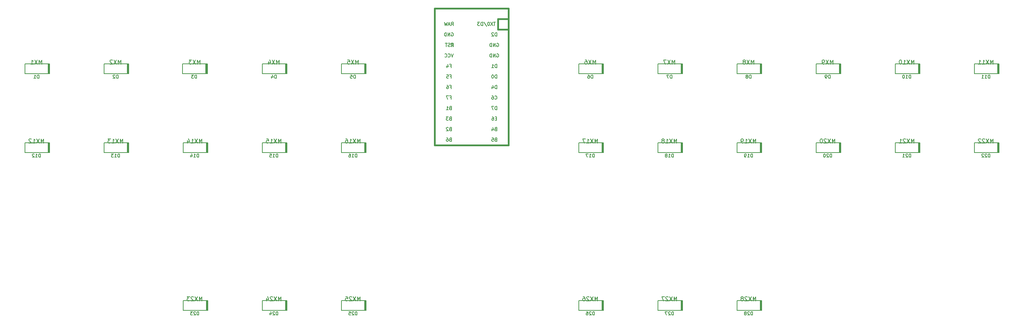
<source format=gbo>
G04 #@! TF.GenerationSoftware,KiCad,Pcbnew,(5.1.9)-1*
G04 #@! TF.CreationDate,2021-03-02T17:59:25-08:00*
G04 #@! TF.ProjectId,unisplit_orthosteno,756e6973-706c-4697-945f-6f7274686f73,rev?*
G04 #@! TF.SameCoordinates,Original*
G04 #@! TF.FileFunction,Legend,Bot*
G04 #@! TF.FilePolarity,Positive*
%FSLAX46Y46*%
G04 Gerber Fmt 4.6, Leading zero omitted, Abs format (unit mm)*
G04 Created by KiCad (PCBNEW (5.1.9)-1) date 2021-03-02 17:59:25*
%MOMM*%
%LPD*%
G01*
G04 APERTURE LIST*
%ADD10C,0.200000*%
%ADD11C,0.381000*%
%ADD12C,0.150000*%
%ADD13C,1.200000*%
%ADD14C,1.700000*%
%ADD15C,2.000000*%
%ADD16C,1.750000*%
%ADD17C,2.250000*%
%ADD18C,3.987800*%
%ADD19C,2.200000*%
%ADD20R,1.200000X1.400000*%
%ADD21C,1.752600*%
%ADD22R,1.752600X1.752600*%
G04 APERTURE END LIST*
D10*
X116706250Y-132962500D02*
X116706250Y-130562500D01*
X110706250Y-132962500D02*
X116706250Y-132962500D01*
X110706250Y-130562500D02*
X110706250Y-132962500D01*
X116706250Y-130562500D02*
X110706250Y-130562500D01*
X116431250Y-130562500D02*
X116431250Y-132962500D01*
X116306250Y-130562500D02*
X116306250Y-132962500D01*
X116581250Y-132962500D02*
X116581250Y-130562500D01*
X78481250Y-132962500D02*
X78481250Y-130562500D01*
X78206250Y-130562500D02*
X78206250Y-132962500D01*
X78331250Y-130562500D02*
X78331250Y-132962500D01*
X78606250Y-130562500D02*
X72606250Y-130562500D01*
X72606250Y-130562500D02*
X72606250Y-132962500D01*
X72606250Y-132962500D02*
X78606250Y-132962500D01*
X78606250Y-132962500D02*
X78606250Y-130562500D01*
X97531250Y-132962500D02*
X97531250Y-130562500D01*
X97256250Y-130562500D02*
X97256250Y-132962500D01*
X97381250Y-130562500D02*
X97381250Y-132962500D01*
X97656250Y-130562500D02*
X91656250Y-130562500D01*
X91656250Y-130562500D02*
X91656250Y-132962500D01*
X91656250Y-132962500D02*
X97656250Y-132962500D01*
X97656250Y-132962500D02*
X97656250Y-130562500D01*
X211956250Y-132962500D02*
X211956250Y-130562500D01*
X205956250Y-132962500D02*
X211956250Y-132962500D01*
X205956250Y-130562500D02*
X205956250Y-132962500D01*
X211956250Y-130562500D02*
X205956250Y-130562500D01*
X211681250Y-130562500D02*
X211681250Y-132962500D01*
X211556250Y-130562500D02*
X211556250Y-132962500D01*
X211831250Y-132962500D02*
X211831250Y-130562500D01*
D11*
X150971250Y-62547500D02*
X150971250Y-93027500D01*
X150971250Y-93027500D02*
X133191250Y-93027500D01*
X133191250Y-93027500D02*
X133191250Y-62547500D01*
X148431250Y-62547500D02*
X148431250Y-65087500D01*
X148431250Y-65087500D02*
X150971250Y-65087500D01*
D12*
G36*
X137149682Y-68426860D02*
G01*
X137149682Y-68726860D01*
X137249682Y-68726860D01*
X137249682Y-68426860D01*
X137149682Y-68426860D01*
G37*
X137149682Y-68426860D02*
X137149682Y-68726860D01*
X137249682Y-68726860D01*
X137249682Y-68426860D01*
X137149682Y-68426860D01*
G36*
X137349682Y-68826860D02*
G01*
X137349682Y-68926860D01*
X137449682Y-68926860D01*
X137449682Y-68826860D01*
X137349682Y-68826860D01*
G37*
X137349682Y-68826860D02*
X137349682Y-68926860D01*
X137449682Y-68926860D01*
X137449682Y-68826860D01*
X137349682Y-68826860D01*
G36*
X137149682Y-68426860D02*
G01*
X137149682Y-68526860D01*
X137649682Y-68526860D01*
X137649682Y-68426860D01*
X137149682Y-68426860D01*
G37*
X137149682Y-68426860D02*
X137149682Y-68526860D01*
X137649682Y-68526860D01*
X137649682Y-68426860D01*
X137149682Y-68426860D01*
G36*
X137549682Y-68426860D02*
G01*
X137549682Y-69226860D01*
X137649682Y-69226860D01*
X137649682Y-68426860D01*
X137549682Y-68426860D01*
G37*
X137549682Y-68426860D02*
X137549682Y-69226860D01*
X137649682Y-69226860D01*
X137649682Y-68426860D01*
X137549682Y-68426860D01*
G36*
X137149682Y-69026860D02*
G01*
X137149682Y-69226860D01*
X137249682Y-69226860D01*
X137249682Y-69026860D01*
X137149682Y-69026860D01*
G37*
X137149682Y-69026860D02*
X137149682Y-69226860D01*
X137249682Y-69226860D01*
X137249682Y-69026860D01*
X137149682Y-69026860D01*
D11*
X133191250Y-62547500D02*
X133191250Y-60007500D01*
X133191250Y-60007500D02*
X150971250Y-60007500D01*
X150971250Y-60007500D02*
X150971250Y-62547500D01*
X148431250Y-62547500D02*
X150971250Y-62547500D01*
D10*
X192781250Y-132962500D02*
X192781250Y-130562500D01*
X192506250Y-130562500D02*
X192506250Y-132962500D01*
X192631250Y-130562500D02*
X192631250Y-132962500D01*
X192906250Y-130562500D02*
X186906250Y-130562500D01*
X186906250Y-130562500D02*
X186906250Y-132962500D01*
X186906250Y-132962500D02*
X192906250Y-132962500D01*
X192906250Y-132962500D02*
X192906250Y-130562500D01*
X173731250Y-132962500D02*
X173731250Y-130562500D01*
X173456250Y-130562500D02*
X173456250Y-132962500D01*
X173581250Y-130562500D02*
X173581250Y-132962500D01*
X173856250Y-130562500D02*
X167856250Y-130562500D01*
X167856250Y-130562500D02*
X167856250Y-132962500D01*
X167856250Y-132962500D02*
X173856250Y-132962500D01*
X173856250Y-132962500D02*
X173856250Y-130562500D01*
X268981250Y-94862500D02*
X268981250Y-92462500D01*
X268706250Y-92462500D02*
X268706250Y-94862500D01*
X268831250Y-92462500D02*
X268831250Y-94862500D01*
X269106250Y-92462500D02*
X263106250Y-92462500D01*
X263106250Y-92462500D02*
X263106250Y-94862500D01*
X263106250Y-94862500D02*
X269106250Y-94862500D01*
X269106250Y-94862500D02*
X269106250Y-92462500D01*
X249931250Y-94862500D02*
X249931250Y-92462500D01*
X249656250Y-92462500D02*
X249656250Y-94862500D01*
X249781250Y-92462500D02*
X249781250Y-94862500D01*
X250056250Y-92462500D02*
X244056250Y-92462500D01*
X244056250Y-92462500D02*
X244056250Y-94862500D01*
X244056250Y-94862500D02*
X250056250Y-94862500D01*
X250056250Y-94862500D02*
X250056250Y-92462500D01*
X230881250Y-94862500D02*
X230881250Y-92462500D01*
X230606250Y-92462500D02*
X230606250Y-94862500D01*
X230731250Y-92462500D02*
X230731250Y-94862500D01*
X231006250Y-92462500D02*
X225006250Y-92462500D01*
X225006250Y-92462500D02*
X225006250Y-94862500D01*
X225006250Y-94862500D02*
X231006250Y-94862500D01*
X231006250Y-94862500D02*
X231006250Y-92462500D01*
X211831250Y-94862500D02*
X211831250Y-92462500D01*
X211556250Y-92462500D02*
X211556250Y-94862500D01*
X211681250Y-92462500D02*
X211681250Y-94862500D01*
X211956250Y-92462500D02*
X205956250Y-92462500D01*
X205956250Y-92462500D02*
X205956250Y-94862500D01*
X205956250Y-94862500D02*
X211956250Y-94862500D01*
X211956250Y-94862500D02*
X211956250Y-92462500D01*
X192781250Y-94862500D02*
X192781250Y-92462500D01*
X192506250Y-92462500D02*
X192506250Y-94862500D01*
X192631250Y-92462500D02*
X192631250Y-94862500D01*
X192906250Y-92462500D02*
X186906250Y-92462500D01*
X186906250Y-92462500D02*
X186906250Y-94862500D01*
X186906250Y-94862500D02*
X192906250Y-94862500D01*
X192906250Y-94862500D02*
X192906250Y-92462500D01*
X173731250Y-94862500D02*
X173731250Y-92462500D01*
X173456250Y-92462500D02*
X173456250Y-94862500D01*
X173581250Y-92462500D02*
X173581250Y-94862500D01*
X173856250Y-92462500D02*
X167856250Y-92462500D01*
X167856250Y-92462500D02*
X167856250Y-94862500D01*
X167856250Y-94862500D02*
X173856250Y-94862500D01*
X173856250Y-94862500D02*
X173856250Y-92462500D01*
X116581250Y-94862500D02*
X116581250Y-92462500D01*
X116306250Y-92462500D02*
X116306250Y-94862500D01*
X116431250Y-92462500D02*
X116431250Y-94862500D01*
X116706250Y-92462500D02*
X110706250Y-92462500D01*
X110706250Y-92462500D02*
X110706250Y-94862500D01*
X110706250Y-94862500D02*
X116706250Y-94862500D01*
X116706250Y-94862500D02*
X116706250Y-92462500D01*
X97531250Y-94862500D02*
X97531250Y-92462500D01*
X97256250Y-92462500D02*
X97256250Y-94862500D01*
X97381250Y-92462500D02*
X97381250Y-94862500D01*
X97656250Y-92462500D02*
X91656250Y-92462500D01*
X91656250Y-92462500D02*
X91656250Y-94862500D01*
X91656250Y-94862500D02*
X97656250Y-94862500D01*
X97656250Y-94862500D02*
X97656250Y-92462500D01*
X78481250Y-94862500D02*
X78481250Y-92462500D01*
X78206250Y-92462500D02*
X78206250Y-94862500D01*
X78331250Y-92462500D02*
X78331250Y-94862500D01*
X78606250Y-92462500D02*
X72606250Y-92462500D01*
X72606250Y-92462500D02*
X72606250Y-94862500D01*
X72606250Y-94862500D02*
X78606250Y-94862500D01*
X78606250Y-94862500D02*
X78606250Y-92462500D01*
X59431250Y-94862500D02*
X59431250Y-92462500D01*
X59156250Y-92462500D02*
X59156250Y-94862500D01*
X59281250Y-92462500D02*
X59281250Y-94862500D01*
X59556250Y-92462500D02*
X53556250Y-92462500D01*
X53556250Y-92462500D02*
X53556250Y-94862500D01*
X53556250Y-94862500D02*
X59556250Y-94862500D01*
X59556250Y-94862500D02*
X59556250Y-92462500D01*
X40381250Y-94862500D02*
X40381250Y-92462500D01*
X40106250Y-92462500D02*
X40106250Y-94862500D01*
X40231250Y-92462500D02*
X40231250Y-94862500D01*
X40506250Y-92462500D02*
X34506250Y-92462500D01*
X34506250Y-92462500D02*
X34506250Y-94862500D01*
X34506250Y-94862500D02*
X40506250Y-94862500D01*
X40506250Y-94862500D02*
X40506250Y-92462500D01*
X268981250Y-75812500D02*
X268981250Y-73412500D01*
X268706250Y-73412500D02*
X268706250Y-75812500D01*
X268831250Y-73412500D02*
X268831250Y-75812500D01*
X269106250Y-73412500D02*
X263106250Y-73412500D01*
X263106250Y-73412500D02*
X263106250Y-75812500D01*
X263106250Y-75812500D02*
X269106250Y-75812500D01*
X269106250Y-75812500D02*
X269106250Y-73412500D01*
X249931250Y-75812500D02*
X249931250Y-73412500D01*
X249656250Y-73412500D02*
X249656250Y-75812500D01*
X249781250Y-73412500D02*
X249781250Y-75812500D01*
X250056250Y-73412500D02*
X244056250Y-73412500D01*
X244056250Y-73412500D02*
X244056250Y-75812500D01*
X244056250Y-75812500D02*
X250056250Y-75812500D01*
X250056250Y-75812500D02*
X250056250Y-73412500D01*
X230881250Y-75812500D02*
X230881250Y-73412500D01*
X230606250Y-73412500D02*
X230606250Y-75812500D01*
X230731250Y-73412500D02*
X230731250Y-75812500D01*
X231006250Y-73412500D02*
X225006250Y-73412500D01*
X225006250Y-73412500D02*
X225006250Y-75812500D01*
X225006250Y-75812500D02*
X231006250Y-75812500D01*
X231006250Y-75812500D02*
X231006250Y-73412500D01*
X211831250Y-75812500D02*
X211831250Y-73412500D01*
X211556250Y-73412500D02*
X211556250Y-75812500D01*
X211681250Y-73412500D02*
X211681250Y-75812500D01*
X211956250Y-73412500D02*
X205956250Y-73412500D01*
X205956250Y-73412500D02*
X205956250Y-75812500D01*
X205956250Y-75812500D02*
X211956250Y-75812500D01*
X211956250Y-75812500D02*
X211956250Y-73412500D01*
X192781250Y-75812500D02*
X192781250Y-73412500D01*
X192506250Y-73412500D02*
X192506250Y-75812500D01*
X192631250Y-73412500D02*
X192631250Y-75812500D01*
X192906250Y-73412500D02*
X186906250Y-73412500D01*
X186906250Y-73412500D02*
X186906250Y-75812500D01*
X186906250Y-75812500D02*
X192906250Y-75812500D01*
X192906250Y-75812500D02*
X192906250Y-73412500D01*
X173731250Y-75812500D02*
X173731250Y-73412500D01*
X173456250Y-73412500D02*
X173456250Y-75812500D01*
X173581250Y-73412500D02*
X173581250Y-75812500D01*
X173856250Y-73412500D02*
X167856250Y-73412500D01*
X167856250Y-73412500D02*
X167856250Y-75812500D01*
X167856250Y-75812500D02*
X173856250Y-75812500D01*
X173856250Y-75812500D02*
X173856250Y-73412500D01*
X116581250Y-75812500D02*
X116581250Y-73412500D01*
X116306250Y-73412500D02*
X116306250Y-75812500D01*
X116431250Y-73412500D02*
X116431250Y-75812500D01*
X116706250Y-73412500D02*
X110706250Y-73412500D01*
X110706250Y-73412500D02*
X110706250Y-75812500D01*
X110706250Y-75812500D02*
X116706250Y-75812500D01*
X116706250Y-75812500D02*
X116706250Y-73412500D01*
X97531250Y-75812500D02*
X97531250Y-73412500D01*
X97256250Y-73412500D02*
X97256250Y-75812500D01*
X97381250Y-73412500D02*
X97381250Y-75812500D01*
X97656250Y-73412500D02*
X91656250Y-73412500D01*
X91656250Y-73412500D02*
X91656250Y-75812500D01*
X91656250Y-75812500D02*
X97656250Y-75812500D01*
X97656250Y-75812500D02*
X97656250Y-73412500D01*
X78368750Y-75812500D02*
X78368750Y-73412500D01*
X78093750Y-73412500D02*
X78093750Y-75812500D01*
X78218750Y-73412500D02*
X78218750Y-75812500D01*
X78493750Y-73412500D02*
X72493750Y-73412500D01*
X72493750Y-73412500D02*
X72493750Y-75812500D01*
X72493750Y-75812500D02*
X78493750Y-75812500D01*
X78493750Y-75812500D02*
X78493750Y-73412500D01*
X59431250Y-75812500D02*
X59431250Y-73412500D01*
X59156250Y-73412500D02*
X59156250Y-75812500D01*
X59281250Y-73412500D02*
X59281250Y-75812500D01*
X59556250Y-73412500D02*
X53556250Y-73412500D01*
X53556250Y-73412500D02*
X53556250Y-75812500D01*
X53556250Y-75812500D02*
X59556250Y-75812500D01*
X59556250Y-75812500D02*
X59556250Y-73412500D01*
X40381250Y-75812500D02*
X40381250Y-73412500D01*
X40106250Y-73412500D02*
X40106250Y-75812500D01*
X40231250Y-73412500D02*
X40231250Y-75812500D01*
X40506250Y-73412500D02*
X34506250Y-73412500D01*
X34506250Y-73412500D02*
X34506250Y-75812500D01*
X34506250Y-75812500D02*
X40506250Y-75812500D01*
X40506250Y-75812500D02*
X40506250Y-73412500D01*
D12*
X172418154Y-92527380D02*
X172418154Y-91527380D01*
X172084821Y-92241666D01*
X171751488Y-91527380D01*
X171751488Y-92527380D01*
X171370535Y-91527380D02*
X170703869Y-92527380D01*
X170703869Y-91527380D02*
X171370535Y-92527380D01*
X169799107Y-92527380D02*
X170370535Y-92527380D01*
X170084821Y-92527380D02*
X170084821Y-91527380D01*
X170180059Y-91670238D01*
X170275297Y-91765476D01*
X170370535Y-91813095D01*
X169465773Y-91527380D02*
X168799107Y-91527380D01*
X169227678Y-92527380D01*
X115268154Y-92527380D02*
X115268154Y-91527380D01*
X114934821Y-92241666D01*
X114601488Y-91527380D01*
X114601488Y-92527380D01*
X114220535Y-91527380D02*
X113553869Y-92527380D01*
X113553869Y-91527380D02*
X114220535Y-92527380D01*
X112649107Y-92527380D02*
X113220535Y-92527380D01*
X112934821Y-92527380D02*
X112934821Y-91527380D01*
X113030059Y-91670238D01*
X113125297Y-91765476D01*
X113220535Y-91813095D01*
X111791964Y-91527380D02*
X111982440Y-91527380D01*
X112077678Y-91575000D01*
X112125297Y-91622619D01*
X112220535Y-91765476D01*
X112268154Y-91955952D01*
X112268154Y-92336904D01*
X112220535Y-92432142D01*
X112172916Y-92479761D01*
X112077678Y-92527380D01*
X111887202Y-92527380D01*
X111791964Y-92479761D01*
X111744345Y-92432142D01*
X111696726Y-92336904D01*
X111696726Y-92098809D01*
X111744345Y-92003571D01*
X111791964Y-91955952D01*
X111887202Y-91908333D01*
X112077678Y-91908333D01*
X112172916Y-91955952D01*
X112220535Y-92003571D01*
X112268154Y-92098809D01*
X114477678Y-134049404D02*
X114477678Y-133249404D01*
X114287202Y-133249404D01*
X114172916Y-133287500D01*
X114096726Y-133363690D01*
X114058630Y-133439880D01*
X114020535Y-133592261D01*
X114020535Y-133706547D01*
X114058630Y-133858928D01*
X114096726Y-133935119D01*
X114172916Y-134011309D01*
X114287202Y-134049404D01*
X114477678Y-134049404D01*
X113715773Y-133325595D02*
X113677678Y-133287500D01*
X113601488Y-133249404D01*
X113411011Y-133249404D01*
X113334821Y-133287500D01*
X113296726Y-133325595D01*
X113258630Y-133401785D01*
X113258630Y-133477976D01*
X113296726Y-133592261D01*
X113753869Y-134049404D01*
X113258630Y-134049404D01*
X112534821Y-133249404D02*
X112915773Y-133249404D01*
X112953869Y-133630357D01*
X112915773Y-133592261D01*
X112839583Y-133554166D01*
X112649107Y-133554166D01*
X112572916Y-133592261D01*
X112534821Y-133630357D01*
X112496726Y-133706547D01*
X112496726Y-133897023D01*
X112534821Y-133973214D01*
X112572916Y-134011309D01*
X112649107Y-134049404D01*
X112839583Y-134049404D01*
X112915773Y-134011309D01*
X112953869Y-133973214D01*
X115268154Y-130627380D02*
X115268154Y-129627380D01*
X114934821Y-130341666D01*
X114601488Y-129627380D01*
X114601488Y-130627380D01*
X114220535Y-129627380D02*
X113553869Y-130627380D01*
X113553869Y-129627380D02*
X114220535Y-130627380D01*
X113220535Y-129722619D02*
X113172916Y-129675000D01*
X113077678Y-129627380D01*
X112839583Y-129627380D01*
X112744345Y-129675000D01*
X112696726Y-129722619D01*
X112649107Y-129817857D01*
X112649107Y-129913095D01*
X112696726Y-130055952D01*
X113268154Y-130627380D01*
X112649107Y-130627380D01*
X111744345Y-129627380D02*
X112220535Y-129627380D01*
X112268154Y-130103571D01*
X112220535Y-130055952D01*
X112125297Y-130008333D01*
X111887202Y-130008333D01*
X111791964Y-130055952D01*
X111744345Y-130103571D01*
X111696726Y-130198809D01*
X111696726Y-130436904D01*
X111744345Y-130532142D01*
X111791964Y-130579761D01*
X111887202Y-130627380D01*
X112125297Y-130627380D01*
X112220535Y-130579761D01*
X112268154Y-130532142D01*
X96218154Y-130627380D02*
X96218154Y-129627380D01*
X95884821Y-130341666D01*
X95551488Y-129627380D01*
X95551488Y-130627380D01*
X95170535Y-129627380D02*
X94503869Y-130627380D01*
X94503869Y-129627380D02*
X95170535Y-130627380D01*
X94170535Y-129722619D02*
X94122916Y-129675000D01*
X94027678Y-129627380D01*
X93789583Y-129627380D01*
X93694345Y-129675000D01*
X93646726Y-129722619D01*
X93599107Y-129817857D01*
X93599107Y-129913095D01*
X93646726Y-130055952D01*
X94218154Y-130627380D01*
X93599107Y-130627380D01*
X92741964Y-129960714D02*
X92741964Y-130627380D01*
X92980059Y-129579761D02*
X93218154Y-130294047D01*
X92599107Y-130294047D01*
X77168154Y-130627380D02*
X77168154Y-129627380D01*
X76834821Y-130341666D01*
X76501488Y-129627380D01*
X76501488Y-130627380D01*
X76120535Y-129627380D02*
X75453869Y-130627380D01*
X75453869Y-129627380D02*
X76120535Y-130627380D01*
X75120535Y-129722619D02*
X75072916Y-129675000D01*
X74977678Y-129627380D01*
X74739583Y-129627380D01*
X74644345Y-129675000D01*
X74596726Y-129722619D01*
X74549107Y-129817857D01*
X74549107Y-129913095D01*
X74596726Y-130055952D01*
X75168154Y-130627380D01*
X74549107Y-130627380D01*
X74215773Y-129627380D02*
X73596726Y-129627380D01*
X73930059Y-130008333D01*
X73787202Y-130008333D01*
X73691964Y-130055952D01*
X73644345Y-130103571D01*
X73596726Y-130198809D01*
X73596726Y-130436904D01*
X73644345Y-130532142D01*
X73691964Y-130579761D01*
X73787202Y-130627380D01*
X74072916Y-130627380D01*
X74168154Y-130579761D01*
X74215773Y-130532142D01*
X76377678Y-134049404D02*
X76377678Y-133249404D01*
X76187202Y-133249404D01*
X76072916Y-133287500D01*
X75996726Y-133363690D01*
X75958630Y-133439880D01*
X75920535Y-133592261D01*
X75920535Y-133706547D01*
X75958630Y-133858928D01*
X75996726Y-133935119D01*
X76072916Y-134011309D01*
X76187202Y-134049404D01*
X76377678Y-134049404D01*
X75615773Y-133325595D02*
X75577678Y-133287500D01*
X75501488Y-133249404D01*
X75311011Y-133249404D01*
X75234821Y-133287500D01*
X75196726Y-133325595D01*
X75158630Y-133401785D01*
X75158630Y-133477976D01*
X75196726Y-133592261D01*
X75653869Y-134049404D01*
X75158630Y-134049404D01*
X74891964Y-133249404D02*
X74396726Y-133249404D01*
X74663392Y-133554166D01*
X74549107Y-133554166D01*
X74472916Y-133592261D01*
X74434821Y-133630357D01*
X74396726Y-133706547D01*
X74396726Y-133897023D01*
X74434821Y-133973214D01*
X74472916Y-134011309D01*
X74549107Y-134049404D01*
X74777678Y-134049404D01*
X74853869Y-134011309D01*
X74891964Y-133973214D01*
X95427678Y-134049404D02*
X95427678Y-133249404D01*
X95237202Y-133249404D01*
X95122916Y-133287500D01*
X95046726Y-133363690D01*
X95008630Y-133439880D01*
X94970535Y-133592261D01*
X94970535Y-133706547D01*
X95008630Y-133858928D01*
X95046726Y-133935119D01*
X95122916Y-134011309D01*
X95237202Y-134049404D01*
X95427678Y-134049404D01*
X94665773Y-133325595D02*
X94627678Y-133287500D01*
X94551488Y-133249404D01*
X94361011Y-133249404D01*
X94284821Y-133287500D01*
X94246726Y-133325595D01*
X94208630Y-133401785D01*
X94208630Y-133477976D01*
X94246726Y-133592261D01*
X94703869Y-134049404D01*
X94208630Y-134049404D01*
X93522916Y-133516071D02*
X93522916Y-134049404D01*
X93713392Y-133211309D02*
X93903869Y-133782738D01*
X93408630Y-133782738D01*
X210518154Y-130627380D02*
X210518154Y-129627380D01*
X210184821Y-130341666D01*
X209851488Y-129627380D01*
X209851488Y-130627380D01*
X209470535Y-129627380D02*
X208803869Y-130627380D01*
X208803869Y-129627380D02*
X209470535Y-130627380D01*
X208470535Y-129722619D02*
X208422916Y-129675000D01*
X208327678Y-129627380D01*
X208089583Y-129627380D01*
X207994345Y-129675000D01*
X207946726Y-129722619D01*
X207899107Y-129817857D01*
X207899107Y-129913095D01*
X207946726Y-130055952D01*
X208518154Y-130627380D01*
X207899107Y-130627380D01*
X207327678Y-130055952D02*
X207422916Y-130008333D01*
X207470535Y-129960714D01*
X207518154Y-129865476D01*
X207518154Y-129817857D01*
X207470535Y-129722619D01*
X207422916Y-129675000D01*
X207327678Y-129627380D01*
X207137202Y-129627380D01*
X207041964Y-129675000D01*
X206994345Y-129722619D01*
X206946726Y-129817857D01*
X206946726Y-129865476D01*
X206994345Y-129960714D01*
X207041964Y-130008333D01*
X207137202Y-130055952D01*
X207327678Y-130055952D01*
X207422916Y-130103571D01*
X207470535Y-130151190D01*
X207518154Y-130246428D01*
X207518154Y-130436904D01*
X207470535Y-130532142D01*
X207422916Y-130579761D01*
X207327678Y-130627380D01*
X207137202Y-130627380D01*
X207041964Y-130579761D01*
X206994345Y-130532142D01*
X206946726Y-130436904D01*
X206946726Y-130246428D01*
X206994345Y-130151190D01*
X207041964Y-130103571D01*
X207137202Y-130055952D01*
X209727678Y-134049404D02*
X209727678Y-133249404D01*
X209537202Y-133249404D01*
X209422916Y-133287500D01*
X209346726Y-133363690D01*
X209308630Y-133439880D01*
X209270535Y-133592261D01*
X209270535Y-133706547D01*
X209308630Y-133858928D01*
X209346726Y-133935119D01*
X209422916Y-134011309D01*
X209537202Y-134049404D01*
X209727678Y-134049404D01*
X208965773Y-133325595D02*
X208927678Y-133287500D01*
X208851488Y-133249404D01*
X208661011Y-133249404D01*
X208584821Y-133287500D01*
X208546726Y-133325595D01*
X208508630Y-133401785D01*
X208508630Y-133477976D01*
X208546726Y-133592261D01*
X209003869Y-134049404D01*
X208508630Y-134049404D01*
X208051488Y-133592261D02*
X208127678Y-133554166D01*
X208165773Y-133516071D01*
X208203869Y-133439880D01*
X208203869Y-133401785D01*
X208165773Y-133325595D01*
X208127678Y-133287500D01*
X208051488Y-133249404D01*
X207899107Y-133249404D01*
X207822916Y-133287500D01*
X207784821Y-133325595D01*
X207746726Y-133401785D01*
X207746726Y-133439880D01*
X207784821Y-133516071D01*
X207822916Y-133554166D01*
X207899107Y-133592261D01*
X208051488Y-133592261D01*
X208127678Y-133630357D01*
X208165773Y-133668452D01*
X208203869Y-133744642D01*
X208203869Y-133897023D01*
X208165773Y-133973214D01*
X208127678Y-134011309D01*
X208051488Y-134049404D01*
X207899107Y-134049404D01*
X207822916Y-134011309D01*
X207784821Y-133973214D01*
X207746726Y-133897023D01*
X207746726Y-133744642D01*
X207784821Y-133668452D01*
X207822916Y-133630357D01*
X207899107Y-133592261D01*
X96218154Y-92527380D02*
X96218154Y-91527380D01*
X95884821Y-92241666D01*
X95551488Y-91527380D01*
X95551488Y-92527380D01*
X95170535Y-91527380D02*
X94503869Y-92527380D01*
X94503869Y-91527380D02*
X95170535Y-92527380D01*
X93599107Y-92527380D02*
X94170535Y-92527380D01*
X93884821Y-92527380D02*
X93884821Y-91527380D01*
X93980059Y-91670238D01*
X94075297Y-91765476D01*
X94170535Y-91813095D01*
X92694345Y-91527380D02*
X93170535Y-91527380D01*
X93218154Y-92003571D01*
X93170535Y-91955952D01*
X93075297Y-91908333D01*
X92837202Y-91908333D01*
X92741964Y-91955952D01*
X92694345Y-92003571D01*
X92646726Y-92098809D01*
X92646726Y-92336904D01*
X92694345Y-92432142D01*
X92741964Y-92479761D01*
X92837202Y-92527380D01*
X93075297Y-92527380D01*
X93170535Y-92479761D01*
X93218154Y-92432142D01*
X76691964Y-73477380D02*
X76691964Y-72477380D01*
X76358630Y-73191666D01*
X76025297Y-72477380D01*
X76025297Y-73477380D01*
X75644345Y-72477380D02*
X74977678Y-73477380D01*
X74977678Y-72477380D02*
X75644345Y-73477380D01*
X74691964Y-72477380D02*
X74072916Y-72477380D01*
X74406250Y-72858333D01*
X74263392Y-72858333D01*
X74168154Y-72905952D01*
X74120535Y-72953571D01*
X74072916Y-73048809D01*
X74072916Y-73286904D01*
X74120535Y-73382142D01*
X74168154Y-73429761D01*
X74263392Y-73477380D01*
X74549107Y-73477380D01*
X74644345Y-73429761D01*
X74691964Y-73382142D01*
X58118154Y-92527380D02*
X58118154Y-91527380D01*
X57784821Y-92241666D01*
X57451488Y-91527380D01*
X57451488Y-92527380D01*
X57070535Y-91527380D02*
X56403869Y-92527380D01*
X56403869Y-91527380D02*
X57070535Y-92527380D01*
X55499107Y-92527380D02*
X56070535Y-92527380D01*
X55784821Y-92527380D02*
X55784821Y-91527380D01*
X55880059Y-91670238D01*
X55975297Y-91765476D01*
X56070535Y-91813095D01*
X55165773Y-91527380D02*
X54546726Y-91527380D01*
X54880059Y-91908333D01*
X54737202Y-91908333D01*
X54641964Y-91955952D01*
X54594345Y-92003571D01*
X54546726Y-92098809D01*
X54546726Y-92336904D01*
X54594345Y-92432142D01*
X54641964Y-92479761D01*
X54737202Y-92527380D01*
X55022916Y-92527380D01*
X55118154Y-92479761D01*
X55165773Y-92432142D01*
X39068154Y-92527380D02*
X39068154Y-91527380D01*
X38734821Y-92241666D01*
X38401488Y-91527380D01*
X38401488Y-92527380D01*
X38020535Y-91527380D02*
X37353869Y-92527380D01*
X37353869Y-91527380D02*
X38020535Y-92527380D01*
X36449107Y-92527380D02*
X37020535Y-92527380D01*
X36734821Y-92527380D02*
X36734821Y-91527380D01*
X36830059Y-91670238D01*
X36925297Y-91765476D01*
X37020535Y-91813095D01*
X36068154Y-91622619D02*
X36020535Y-91575000D01*
X35925297Y-91527380D01*
X35687202Y-91527380D01*
X35591964Y-91575000D01*
X35544345Y-91622619D01*
X35496726Y-91717857D01*
X35496726Y-91813095D01*
X35544345Y-91955952D01*
X36115773Y-92527380D01*
X35496726Y-92527380D01*
X38591964Y-73477380D02*
X38591964Y-72477380D01*
X38258630Y-73191666D01*
X37925297Y-72477380D01*
X37925297Y-73477380D01*
X37544345Y-72477380D02*
X36877678Y-73477380D01*
X36877678Y-72477380D02*
X37544345Y-73477380D01*
X35972916Y-73477380D02*
X36544345Y-73477380D01*
X36258630Y-73477380D02*
X36258630Y-72477380D01*
X36353869Y-72620238D01*
X36449107Y-72715476D01*
X36544345Y-72763095D01*
X114791964Y-73477380D02*
X114791964Y-72477380D01*
X114458630Y-73191666D01*
X114125297Y-72477380D01*
X114125297Y-73477380D01*
X113744345Y-72477380D02*
X113077678Y-73477380D01*
X113077678Y-72477380D02*
X113744345Y-73477380D01*
X112220535Y-72477380D02*
X112696726Y-72477380D01*
X112744345Y-72953571D01*
X112696726Y-72905952D01*
X112601488Y-72858333D01*
X112363392Y-72858333D01*
X112268154Y-72905952D01*
X112220535Y-72953571D01*
X112172916Y-73048809D01*
X112172916Y-73286904D01*
X112220535Y-73382142D01*
X112268154Y-73429761D01*
X112363392Y-73477380D01*
X112601488Y-73477380D01*
X112696726Y-73429761D01*
X112744345Y-73382142D01*
X147843598Y-63379404D02*
X147386455Y-63379404D01*
X147615026Y-64179404D02*
X147615026Y-63379404D01*
X147195979Y-63379404D02*
X146662645Y-64179404D01*
X146662645Y-63379404D02*
X147195979Y-64179404D01*
X146205502Y-63379404D02*
X146129312Y-63379404D01*
X146053122Y-63417500D01*
X146015026Y-63455595D01*
X145976931Y-63531785D01*
X145938836Y-63684166D01*
X145938836Y-63874642D01*
X145976931Y-64027023D01*
X146015026Y-64103214D01*
X146053122Y-64141309D01*
X146129312Y-64179404D01*
X146205502Y-64179404D01*
X146281693Y-64141309D01*
X146319788Y-64103214D01*
X146357883Y-64027023D01*
X146395979Y-63874642D01*
X146395979Y-63684166D01*
X146357883Y-63531785D01*
X146319788Y-63455595D01*
X146281693Y-63417500D01*
X146205502Y-63379404D01*
X145024550Y-63341309D02*
X145710264Y-64369880D01*
X144757883Y-64179404D02*
X144757883Y-63379404D01*
X144567407Y-63379404D01*
X144453122Y-63417500D01*
X144376931Y-63493690D01*
X144338836Y-63569880D01*
X144300741Y-63722261D01*
X144300741Y-63836547D01*
X144338836Y-63988928D01*
X144376931Y-64065119D01*
X144453122Y-64141309D01*
X144567407Y-64179404D01*
X144757883Y-64179404D01*
X144034074Y-63379404D02*
X143538836Y-63379404D01*
X143805502Y-63684166D01*
X143691217Y-63684166D01*
X143615026Y-63722261D01*
X143576931Y-63760357D01*
X143538836Y-63836547D01*
X143538836Y-64027023D01*
X143576931Y-64103214D01*
X143615026Y-64141309D01*
X143691217Y-64179404D01*
X143919788Y-64179404D01*
X143995979Y-64141309D01*
X144034074Y-64103214D01*
X148132726Y-66719404D02*
X148132726Y-65919404D01*
X147942250Y-65919404D01*
X147827964Y-65957500D01*
X147751773Y-66033690D01*
X147713678Y-66109880D01*
X147675583Y-66262261D01*
X147675583Y-66376547D01*
X147713678Y-66528928D01*
X147751773Y-66605119D01*
X147827964Y-66681309D01*
X147942250Y-66719404D01*
X148132726Y-66719404D01*
X147370821Y-65995595D02*
X147332726Y-65957500D01*
X147256535Y-65919404D01*
X147066059Y-65919404D01*
X146989869Y-65957500D01*
X146951773Y-65995595D01*
X146913678Y-66071785D01*
X146913678Y-66147976D01*
X146951773Y-66262261D01*
X147408916Y-66719404D01*
X146913678Y-66719404D01*
X148132726Y-76879404D02*
X148132726Y-76079404D01*
X147942250Y-76079404D01*
X147827964Y-76117500D01*
X147751773Y-76193690D01*
X147713678Y-76269880D01*
X147675583Y-76422261D01*
X147675583Y-76536547D01*
X147713678Y-76688928D01*
X147751773Y-76765119D01*
X147827964Y-76841309D01*
X147942250Y-76879404D01*
X148132726Y-76879404D01*
X147180345Y-76079404D02*
X147104154Y-76079404D01*
X147027964Y-76117500D01*
X146989869Y-76155595D01*
X146951773Y-76231785D01*
X146913678Y-76384166D01*
X146913678Y-76574642D01*
X146951773Y-76727023D01*
X146989869Y-76803214D01*
X147027964Y-76841309D01*
X147104154Y-76879404D01*
X147180345Y-76879404D01*
X147256535Y-76841309D01*
X147294630Y-76803214D01*
X147332726Y-76727023D01*
X147370821Y-76574642D01*
X147370821Y-76384166D01*
X147332726Y-76231785D01*
X147294630Y-76155595D01*
X147256535Y-76117500D01*
X147180345Y-76079404D01*
X148132726Y-74339404D02*
X148132726Y-73539404D01*
X147942250Y-73539404D01*
X147827964Y-73577500D01*
X147751773Y-73653690D01*
X147713678Y-73729880D01*
X147675583Y-73882261D01*
X147675583Y-73996547D01*
X147713678Y-74148928D01*
X147751773Y-74225119D01*
X147827964Y-74301309D01*
X147942250Y-74339404D01*
X148132726Y-74339404D01*
X146913678Y-74339404D02*
X147370821Y-74339404D01*
X147142250Y-74339404D02*
X147142250Y-73539404D01*
X147218440Y-73653690D01*
X147294630Y-73729880D01*
X147370821Y-73767976D01*
X148151773Y-71037500D02*
X148227964Y-70999404D01*
X148342250Y-70999404D01*
X148456535Y-71037500D01*
X148532726Y-71113690D01*
X148570821Y-71189880D01*
X148608916Y-71342261D01*
X148608916Y-71456547D01*
X148570821Y-71608928D01*
X148532726Y-71685119D01*
X148456535Y-71761309D01*
X148342250Y-71799404D01*
X148266059Y-71799404D01*
X148151773Y-71761309D01*
X148113678Y-71723214D01*
X148113678Y-71456547D01*
X148266059Y-71456547D01*
X147770821Y-71799404D02*
X147770821Y-70999404D01*
X147313678Y-71799404D01*
X147313678Y-70999404D01*
X146932726Y-71799404D02*
X146932726Y-70999404D01*
X146742250Y-70999404D01*
X146627964Y-71037500D01*
X146551773Y-71113690D01*
X146513678Y-71189880D01*
X146475583Y-71342261D01*
X146475583Y-71456547D01*
X146513678Y-71608928D01*
X146551773Y-71685119D01*
X146627964Y-71761309D01*
X146742250Y-71799404D01*
X146932726Y-71799404D01*
X148151773Y-68497500D02*
X148227964Y-68459404D01*
X148342250Y-68459404D01*
X148456535Y-68497500D01*
X148532726Y-68573690D01*
X148570821Y-68649880D01*
X148608916Y-68802261D01*
X148608916Y-68916547D01*
X148570821Y-69068928D01*
X148532726Y-69145119D01*
X148456535Y-69221309D01*
X148342250Y-69259404D01*
X148266059Y-69259404D01*
X148151773Y-69221309D01*
X148113678Y-69183214D01*
X148113678Y-68916547D01*
X148266059Y-68916547D01*
X147770821Y-69259404D02*
X147770821Y-68459404D01*
X147313678Y-69259404D01*
X147313678Y-68459404D01*
X146932726Y-69259404D02*
X146932726Y-68459404D01*
X146742250Y-68459404D01*
X146627964Y-68497500D01*
X146551773Y-68573690D01*
X146513678Y-68649880D01*
X146475583Y-68802261D01*
X146475583Y-68916547D01*
X146513678Y-69068928D01*
X146551773Y-69145119D01*
X146627964Y-69221309D01*
X146742250Y-69259404D01*
X146932726Y-69259404D01*
X148132726Y-79419404D02*
X148132726Y-78619404D01*
X147942250Y-78619404D01*
X147827964Y-78657500D01*
X147751773Y-78733690D01*
X147713678Y-78809880D01*
X147675583Y-78962261D01*
X147675583Y-79076547D01*
X147713678Y-79228928D01*
X147751773Y-79305119D01*
X147827964Y-79381309D01*
X147942250Y-79419404D01*
X148132726Y-79419404D01*
X146989869Y-78886071D02*
X146989869Y-79419404D01*
X147180345Y-78581309D02*
X147370821Y-79152738D01*
X146875583Y-79152738D01*
X147675583Y-81883214D02*
X147713678Y-81921309D01*
X147827964Y-81959404D01*
X147904154Y-81959404D01*
X148018440Y-81921309D01*
X148094630Y-81845119D01*
X148132726Y-81768928D01*
X148170821Y-81616547D01*
X148170821Y-81502261D01*
X148132726Y-81349880D01*
X148094630Y-81273690D01*
X148018440Y-81197500D01*
X147904154Y-81159404D01*
X147827964Y-81159404D01*
X147713678Y-81197500D01*
X147675583Y-81235595D01*
X146989869Y-81159404D02*
X147142250Y-81159404D01*
X147218440Y-81197500D01*
X147256535Y-81235595D01*
X147332726Y-81349880D01*
X147370821Y-81502261D01*
X147370821Y-81807023D01*
X147332726Y-81883214D01*
X147294630Y-81921309D01*
X147218440Y-81959404D01*
X147066059Y-81959404D01*
X146989869Y-81921309D01*
X146951773Y-81883214D01*
X146913678Y-81807023D01*
X146913678Y-81616547D01*
X146951773Y-81540357D01*
X146989869Y-81502261D01*
X147066059Y-81464166D01*
X147218440Y-81464166D01*
X147294630Y-81502261D01*
X147332726Y-81540357D01*
X147370821Y-81616547D01*
X148132726Y-84499404D02*
X148132726Y-83699404D01*
X147942250Y-83699404D01*
X147827964Y-83737500D01*
X147751773Y-83813690D01*
X147713678Y-83889880D01*
X147675583Y-84042261D01*
X147675583Y-84156547D01*
X147713678Y-84308928D01*
X147751773Y-84385119D01*
X147827964Y-84461309D01*
X147942250Y-84499404D01*
X148132726Y-84499404D01*
X147408916Y-83699404D02*
X146875583Y-83699404D01*
X147218440Y-84499404D01*
X148094630Y-86620357D02*
X147827964Y-86620357D01*
X147713678Y-87039404D02*
X148094630Y-87039404D01*
X148094630Y-86239404D01*
X147713678Y-86239404D01*
X147027964Y-86239404D02*
X147180345Y-86239404D01*
X147256535Y-86277500D01*
X147294630Y-86315595D01*
X147370821Y-86429880D01*
X147408916Y-86582261D01*
X147408916Y-86887023D01*
X147370821Y-86963214D01*
X147332726Y-87001309D01*
X147256535Y-87039404D01*
X147104154Y-87039404D01*
X147027964Y-87001309D01*
X146989869Y-86963214D01*
X146951773Y-86887023D01*
X146951773Y-86696547D01*
X146989869Y-86620357D01*
X147027964Y-86582261D01*
X147104154Y-86544166D01*
X147256535Y-86544166D01*
X147332726Y-86582261D01*
X147370821Y-86620357D01*
X147408916Y-86696547D01*
X147866059Y-89160357D02*
X147751773Y-89198452D01*
X147713678Y-89236547D01*
X147675583Y-89312738D01*
X147675583Y-89427023D01*
X147713678Y-89503214D01*
X147751773Y-89541309D01*
X147827964Y-89579404D01*
X148132726Y-89579404D01*
X148132726Y-88779404D01*
X147866059Y-88779404D01*
X147789869Y-88817500D01*
X147751773Y-88855595D01*
X147713678Y-88931785D01*
X147713678Y-89007976D01*
X147751773Y-89084166D01*
X147789869Y-89122261D01*
X147866059Y-89160357D01*
X148132726Y-89160357D01*
X146989869Y-89046071D02*
X146989869Y-89579404D01*
X147180345Y-88741309D02*
X147370821Y-89312738D01*
X146875583Y-89312738D01*
X147866059Y-91700357D02*
X147751773Y-91738452D01*
X147713678Y-91776547D01*
X147675583Y-91852738D01*
X147675583Y-91967023D01*
X147713678Y-92043214D01*
X147751773Y-92081309D01*
X147827964Y-92119404D01*
X148132726Y-92119404D01*
X148132726Y-91319404D01*
X147866059Y-91319404D01*
X147789869Y-91357500D01*
X147751773Y-91395595D01*
X147713678Y-91471785D01*
X147713678Y-91547976D01*
X147751773Y-91624166D01*
X147789869Y-91662261D01*
X147866059Y-91700357D01*
X148132726Y-91700357D01*
X146951773Y-91319404D02*
X147332726Y-91319404D01*
X147370821Y-91700357D01*
X147332726Y-91662261D01*
X147256535Y-91624166D01*
X147066059Y-91624166D01*
X146989869Y-91662261D01*
X146951773Y-91700357D01*
X146913678Y-91776547D01*
X146913678Y-91967023D01*
X146951773Y-92043214D01*
X146989869Y-92081309D01*
X147066059Y-92119404D01*
X147256535Y-92119404D01*
X147332726Y-92081309D01*
X147370821Y-92043214D01*
X136944059Y-91700357D02*
X136829773Y-91738452D01*
X136791678Y-91776547D01*
X136753583Y-91852738D01*
X136753583Y-91967023D01*
X136791678Y-92043214D01*
X136829773Y-92081309D01*
X136905964Y-92119404D01*
X137210726Y-92119404D01*
X137210726Y-91319404D01*
X136944059Y-91319404D01*
X136867869Y-91357500D01*
X136829773Y-91395595D01*
X136791678Y-91471785D01*
X136791678Y-91547976D01*
X136829773Y-91624166D01*
X136867869Y-91662261D01*
X136944059Y-91700357D01*
X137210726Y-91700357D01*
X136067869Y-91319404D02*
X136220250Y-91319404D01*
X136296440Y-91357500D01*
X136334535Y-91395595D01*
X136410726Y-91509880D01*
X136448821Y-91662261D01*
X136448821Y-91967023D01*
X136410726Y-92043214D01*
X136372630Y-92081309D01*
X136296440Y-92119404D01*
X136144059Y-92119404D01*
X136067869Y-92081309D01*
X136029773Y-92043214D01*
X135991678Y-91967023D01*
X135991678Y-91776547D01*
X136029773Y-91700357D01*
X136067869Y-91662261D01*
X136144059Y-91624166D01*
X136296440Y-91624166D01*
X136372630Y-91662261D01*
X136410726Y-91700357D01*
X136448821Y-91776547D01*
X136944059Y-86620357D02*
X136829773Y-86658452D01*
X136791678Y-86696547D01*
X136753583Y-86772738D01*
X136753583Y-86887023D01*
X136791678Y-86963214D01*
X136829773Y-87001309D01*
X136905964Y-87039404D01*
X137210726Y-87039404D01*
X137210726Y-86239404D01*
X136944059Y-86239404D01*
X136867869Y-86277500D01*
X136829773Y-86315595D01*
X136791678Y-86391785D01*
X136791678Y-86467976D01*
X136829773Y-86544166D01*
X136867869Y-86582261D01*
X136944059Y-86620357D01*
X137210726Y-86620357D01*
X136486916Y-86239404D02*
X135991678Y-86239404D01*
X136258345Y-86544166D01*
X136144059Y-86544166D01*
X136067869Y-86582261D01*
X136029773Y-86620357D01*
X135991678Y-86696547D01*
X135991678Y-86887023D01*
X136029773Y-86963214D01*
X136067869Y-87001309D01*
X136144059Y-87039404D01*
X136372630Y-87039404D01*
X136448821Y-87001309D01*
X136486916Y-86963214D01*
X136944059Y-84080357D02*
X136829773Y-84118452D01*
X136791678Y-84156547D01*
X136753583Y-84232738D01*
X136753583Y-84347023D01*
X136791678Y-84423214D01*
X136829773Y-84461309D01*
X136905964Y-84499404D01*
X137210726Y-84499404D01*
X137210726Y-83699404D01*
X136944059Y-83699404D01*
X136867869Y-83737500D01*
X136829773Y-83775595D01*
X136791678Y-83851785D01*
X136791678Y-83927976D01*
X136829773Y-84004166D01*
X136867869Y-84042261D01*
X136944059Y-84080357D01*
X137210726Y-84080357D01*
X135991678Y-84499404D02*
X136448821Y-84499404D01*
X136220250Y-84499404D02*
X136220250Y-83699404D01*
X136296440Y-83813690D01*
X136372630Y-83889880D01*
X136448821Y-83927976D01*
X136886916Y-73920357D02*
X137153583Y-73920357D01*
X137153583Y-74339404D02*
X137153583Y-73539404D01*
X136772630Y-73539404D01*
X136125011Y-73806071D02*
X136125011Y-74339404D01*
X136315488Y-73501309D02*
X136505964Y-74072738D01*
X136010726Y-74072738D01*
X137686916Y-70999404D02*
X137420250Y-71799404D01*
X137153583Y-70999404D01*
X136429773Y-71723214D02*
X136467869Y-71761309D01*
X136582154Y-71799404D01*
X136658345Y-71799404D01*
X136772630Y-71761309D01*
X136848821Y-71685119D01*
X136886916Y-71608928D01*
X136925011Y-71456547D01*
X136925011Y-71342261D01*
X136886916Y-71189880D01*
X136848821Y-71113690D01*
X136772630Y-71037500D01*
X136658345Y-70999404D01*
X136582154Y-70999404D01*
X136467869Y-71037500D01*
X136429773Y-71075595D01*
X135629773Y-71723214D02*
X135667869Y-71761309D01*
X135782154Y-71799404D01*
X135858345Y-71799404D01*
X135972630Y-71761309D01*
X136048821Y-71685119D01*
X136086916Y-71608928D01*
X136125011Y-71456547D01*
X136125011Y-71342261D01*
X136086916Y-71189880D01*
X136048821Y-71113690D01*
X135972630Y-71037500D01*
X135858345Y-70999404D01*
X135782154Y-70999404D01*
X135667869Y-71037500D01*
X135629773Y-71075595D01*
X136881463Y-69191309D02*
X136767177Y-69229404D01*
X136576701Y-69229404D01*
X136500510Y-69191309D01*
X136462415Y-69153214D01*
X136424320Y-69077023D01*
X136424320Y-69000833D01*
X136462415Y-68924642D01*
X136500510Y-68886547D01*
X136576701Y-68848452D01*
X136729082Y-68810357D01*
X136805272Y-68772261D01*
X136843368Y-68734166D01*
X136881463Y-68657976D01*
X136881463Y-68581785D01*
X136843368Y-68505595D01*
X136805272Y-68467500D01*
X136729082Y-68429404D01*
X136538606Y-68429404D01*
X136424320Y-68467500D01*
X136195749Y-68429404D02*
X135738606Y-68429404D01*
X135967177Y-69229404D02*
X135967177Y-68429404D01*
X137229773Y-65957500D02*
X137305964Y-65919404D01*
X137420250Y-65919404D01*
X137534535Y-65957500D01*
X137610726Y-66033690D01*
X137648821Y-66109880D01*
X137686916Y-66262261D01*
X137686916Y-66376547D01*
X137648821Y-66528928D01*
X137610726Y-66605119D01*
X137534535Y-66681309D01*
X137420250Y-66719404D01*
X137344059Y-66719404D01*
X137229773Y-66681309D01*
X137191678Y-66643214D01*
X137191678Y-66376547D01*
X137344059Y-66376547D01*
X136848821Y-66719404D02*
X136848821Y-65919404D01*
X136391678Y-66719404D01*
X136391678Y-65919404D01*
X136010726Y-66719404D02*
X136010726Y-65919404D01*
X135820250Y-65919404D01*
X135705964Y-65957500D01*
X135629773Y-66033690D01*
X135591678Y-66109880D01*
X135553583Y-66262261D01*
X135553583Y-66376547D01*
X135591678Y-66528928D01*
X135629773Y-66605119D01*
X135705964Y-66681309D01*
X135820250Y-66719404D01*
X136010726Y-66719404D01*
X137172630Y-64179404D02*
X137439297Y-63798452D01*
X137629773Y-64179404D02*
X137629773Y-63379404D01*
X137325011Y-63379404D01*
X137248821Y-63417500D01*
X137210726Y-63455595D01*
X137172630Y-63531785D01*
X137172630Y-63646071D01*
X137210726Y-63722261D01*
X137248821Y-63760357D01*
X137325011Y-63798452D01*
X137629773Y-63798452D01*
X136867869Y-63950833D02*
X136486916Y-63950833D01*
X136944059Y-64179404D02*
X136677392Y-63379404D01*
X136410726Y-64179404D01*
X136220250Y-63379404D02*
X136029773Y-64179404D01*
X135877392Y-63607976D01*
X135725011Y-64179404D01*
X135534535Y-63379404D01*
X136886916Y-76460357D02*
X137153583Y-76460357D01*
X137153583Y-76879404D02*
X137153583Y-76079404D01*
X136772630Y-76079404D01*
X136086916Y-76079404D02*
X136467869Y-76079404D01*
X136505964Y-76460357D01*
X136467869Y-76422261D01*
X136391678Y-76384166D01*
X136201202Y-76384166D01*
X136125011Y-76422261D01*
X136086916Y-76460357D01*
X136048821Y-76536547D01*
X136048821Y-76727023D01*
X136086916Y-76803214D01*
X136125011Y-76841309D01*
X136201202Y-76879404D01*
X136391678Y-76879404D01*
X136467869Y-76841309D01*
X136505964Y-76803214D01*
X136886916Y-79000357D02*
X137153583Y-79000357D01*
X137153583Y-79419404D02*
X137153583Y-78619404D01*
X136772630Y-78619404D01*
X136125011Y-78619404D02*
X136277392Y-78619404D01*
X136353583Y-78657500D01*
X136391678Y-78695595D01*
X136467869Y-78809880D01*
X136505964Y-78962261D01*
X136505964Y-79267023D01*
X136467869Y-79343214D01*
X136429773Y-79381309D01*
X136353583Y-79419404D01*
X136201202Y-79419404D01*
X136125011Y-79381309D01*
X136086916Y-79343214D01*
X136048821Y-79267023D01*
X136048821Y-79076547D01*
X136086916Y-79000357D01*
X136125011Y-78962261D01*
X136201202Y-78924166D01*
X136353583Y-78924166D01*
X136429773Y-78962261D01*
X136467869Y-79000357D01*
X136505964Y-79076547D01*
X136886916Y-81540357D02*
X137153583Y-81540357D01*
X137153583Y-81959404D02*
X137153583Y-81159404D01*
X136772630Y-81159404D01*
X136544059Y-81159404D02*
X136010726Y-81159404D01*
X136353583Y-81959404D01*
X136944059Y-89160357D02*
X136829773Y-89198452D01*
X136791678Y-89236547D01*
X136753583Y-89312738D01*
X136753583Y-89427023D01*
X136791678Y-89503214D01*
X136829773Y-89541309D01*
X136905964Y-89579404D01*
X137210726Y-89579404D01*
X137210726Y-88779404D01*
X136944059Y-88779404D01*
X136867869Y-88817500D01*
X136829773Y-88855595D01*
X136791678Y-88931785D01*
X136791678Y-89007976D01*
X136829773Y-89084166D01*
X136867869Y-89122261D01*
X136944059Y-89160357D01*
X137210726Y-89160357D01*
X136448821Y-88855595D02*
X136410726Y-88817500D01*
X136334535Y-88779404D01*
X136144059Y-88779404D01*
X136067869Y-88817500D01*
X136029773Y-88855595D01*
X135991678Y-88931785D01*
X135991678Y-89007976D01*
X136029773Y-89122261D01*
X136486916Y-89579404D01*
X135991678Y-89579404D01*
X191468154Y-130627380D02*
X191468154Y-129627380D01*
X191134821Y-130341666D01*
X190801488Y-129627380D01*
X190801488Y-130627380D01*
X190420535Y-129627380D02*
X189753869Y-130627380D01*
X189753869Y-129627380D02*
X190420535Y-130627380D01*
X189420535Y-129722619D02*
X189372916Y-129675000D01*
X189277678Y-129627380D01*
X189039583Y-129627380D01*
X188944345Y-129675000D01*
X188896726Y-129722619D01*
X188849107Y-129817857D01*
X188849107Y-129913095D01*
X188896726Y-130055952D01*
X189468154Y-130627380D01*
X188849107Y-130627380D01*
X188515773Y-129627380D02*
X187849107Y-129627380D01*
X188277678Y-130627380D01*
X172418154Y-130627380D02*
X172418154Y-129627380D01*
X172084821Y-130341666D01*
X171751488Y-129627380D01*
X171751488Y-130627380D01*
X171370535Y-129627380D02*
X170703869Y-130627380D01*
X170703869Y-129627380D02*
X171370535Y-130627380D01*
X170370535Y-129722619D02*
X170322916Y-129675000D01*
X170227678Y-129627380D01*
X169989583Y-129627380D01*
X169894345Y-129675000D01*
X169846726Y-129722619D01*
X169799107Y-129817857D01*
X169799107Y-129913095D01*
X169846726Y-130055952D01*
X170418154Y-130627380D01*
X169799107Y-130627380D01*
X168941964Y-129627380D02*
X169132440Y-129627380D01*
X169227678Y-129675000D01*
X169275297Y-129722619D01*
X169370535Y-129865476D01*
X169418154Y-130055952D01*
X169418154Y-130436904D01*
X169370535Y-130532142D01*
X169322916Y-130579761D01*
X169227678Y-130627380D01*
X169037202Y-130627380D01*
X168941964Y-130579761D01*
X168894345Y-130532142D01*
X168846726Y-130436904D01*
X168846726Y-130198809D01*
X168894345Y-130103571D01*
X168941964Y-130055952D01*
X169037202Y-130008333D01*
X169227678Y-130008333D01*
X169322916Y-130055952D01*
X169370535Y-130103571D01*
X169418154Y-130198809D01*
X267668154Y-92527380D02*
X267668154Y-91527380D01*
X267334821Y-92241666D01*
X267001488Y-91527380D01*
X267001488Y-92527380D01*
X266620535Y-91527380D02*
X265953869Y-92527380D01*
X265953869Y-91527380D02*
X266620535Y-92527380D01*
X265620535Y-91622619D02*
X265572916Y-91575000D01*
X265477678Y-91527380D01*
X265239583Y-91527380D01*
X265144345Y-91575000D01*
X265096726Y-91622619D01*
X265049107Y-91717857D01*
X265049107Y-91813095D01*
X265096726Y-91955952D01*
X265668154Y-92527380D01*
X265049107Y-92527380D01*
X264668154Y-91622619D02*
X264620535Y-91575000D01*
X264525297Y-91527380D01*
X264287202Y-91527380D01*
X264191964Y-91575000D01*
X264144345Y-91622619D01*
X264096726Y-91717857D01*
X264096726Y-91813095D01*
X264144345Y-91955952D01*
X264715773Y-92527380D01*
X264096726Y-92527380D01*
X248618154Y-92527380D02*
X248618154Y-91527380D01*
X248284821Y-92241666D01*
X247951488Y-91527380D01*
X247951488Y-92527380D01*
X247570535Y-91527380D02*
X246903869Y-92527380D01*
X246903869Y-91527380D02*
X247570535Y-92527380D01*
X246570535Y-91622619D02*
X246522916Y-91575000D01*
X246427678Y-91527380D01*
X246189583Y-91527380D01*
X246094345Y-91575000D01*
X246046726Y-91622619D01*
X245999107Y-91717857D01*
X245999107Y-91813095D01*
X246046726Y-91955952D01*
X246618154Y-92527380D01*
X245999107Y-92527380D01*
X245046726Y-92527380D02*
X245618154Y-92527380D01*
X245332440Y-92527380D02*
X245332440Y-91527380D01*
X245427678Y-91670238D01*
X245522916Y-91765476D01*
X245618154Y-91813095D01*
X229568154Y-92527380D02*
X229568154Y-91527380D01*
X229234821Y-92241666D01*
X228901488Y-91527380D01*
X228901488Y-92527380D01*
X228520535Y-91527380D02*
X227853869Y-92527380D01*
X227853869Y-91527380D02*
X228520535Y-92527380D01*
X227520535Y-91622619D02*
X227472916Y-91575000D01*
X227377678Y-91527380D01*
X227139583Y-91527380D01*
X227044345Y-91575000D01*
X226996726Y-91622619D01*
X226949107Y-91717857D01*
X226949107Y-91813095D01*
X226996726Y-91955952D01*
X227568154Y-92527380D01*
X226949107Y-92527380D01*
X226330059Y-91527380D02*
X226234821Y-91527380D01*
X226139583Y-91575000D01*
X226091964Y-91622619D01*
X226044345Y-91717857D01*
X225996726Y-91908333D01*
X225996726Y-92146428D01*
X226044345Y-92336904D01*
X226091964Y-92432142D01*
X226139583Y-92479761D01*
X226234821Y-92527380D01*
X226330059Y-92527380D01*
X226425297Y-92479761D01*
X226472916Y-92432142D01*
X226520535Y-92336904D01*
X226568154Y-92146428D01*
X226568154Y-91908333D01*
X226520535Y-91717857D01*
X226472916Y-91622619D01*
X226425297Y-91575000D01*
X226330059Y-91527380D01*
X210518154Y-92527380D02*
X210518154Y-91527380D01*
X210184821Y-92241666D01*
X209851488Y-91527380D01*
X209851488Y-92527380D01*
X209470535Y-91527380D02*
X208803869Y-92527380D01*
X208803869Y-91527380D02*
X209470535Y-92527380D01*
X207899107Y-92527380D02*
X208470535Y-92527380D01*
X208184821Y-92527380D02*
X208184821Y-91527380D01*
X208280059Y-91670238D01*
X208375297Y-91765476D01*
X208470535Y-91813095D01*
X207422916Y-92527380D02*
X207232440Y-92527380D01*
X207137202Y-92479761D01*
X207089583Y-92432142D01*
X206994345Y-92289285D01*
X206946726Y-92098809D01*
X206946726Y-91717857D01*
X206994345Y-91622619D01*
X207041964Y-91575000D01*
X207137202Y-91527380D01*
X207327678Y-91527380D01*
X207422916Y-91575000D01*
X207470535Y-91622619D01*
X207518154Y-91717857D01*
X207518154Y-91955952D01*
X207470535Y-92051190D01*
X207422916Y-92098809D01*
X207327678Y-92146428D01*
X207137202Y-92146428D01*
X207041964Y-92098809D01*
X206994345Y-92051190D01*
X206946726Y-91955952D01*
X191468154Y-92527380D02*
X191468154Y-91527380D01*
X191134821Y-92241666D01*
X190801488Y-91527380D01*
X190801488Y-92527380D01*
X190420535Y-91527380D02*
X189753869Y-92527380D01*
X189753869Y-91527380D02*
X190420535Y-92527380D01*
X188849107Y-92527380D02*
X189420535Y-92527380D01*
X189134821Y-92527380D02*
X189134821Y-91527380D01*
X189230059Y-91670238D01*
X189325297Y-91765476D01*
X189420535Y-91813095D01*
X188277678Y-91955952D02*
X188372916Y-91908333D01*
X188420535Y-91860714D01*
X188468154Y-91765476D01*
X188468154Y-91717857D01*
X188420535Y-91622619D01*
X188372916Y-91575000D01*
X188277678Y-91527380D01*
X188087202Y-91527380D01*
X187991964Y-91575000D01*
X187944345Y-91622619D01*
X187896726Y-91717857D01*
X187896726Y-91765476D01*
X187944345Y-91860714D01*
X187991964Y-91908333D01*
X188087202Y-91955952D01*
X188277678Y-91955952D01*
X188372916Y-92003571D01*
X188420535Y-92051190D01*
X188468154Y-92146428D01*
X188468154Y-92336904D01*
X188420535Y-92432142D01*
X188372916Y-92479761D01*
X188277678Y-92527380D01*
X188087202Y-92527380D01*
X187991964Y-92479761D01*
X187944345Y-92432142D01*
X187896726Y-92336904D01*
X187896726Y-92146428D01*
X187944345Y-92051190D01*
X187991964Y-92003571D01*
X188087202Y-91955952D01*
X77168154Y-92527380D02*
X77168154Y-91527380D01*
X76834821Y-92241666D01*
X76501488Y-91527380D01*
X76501488Y-92527380D01*
X76120535Y-91527380D02*
X75453869Y-92527380D01*
X75453869Y-91527380D02*
X76120535Y-92527380D01*
X74549107Y-92527380D02*
X75120535Y-92527380D01*
X74834821Y-92527380D02*
X74834821Y-91527380D01*
X74930059Y-91670238D01*
X75025297Y-91765476D01*
X75120535Y-91813095D01*
X73691964Y-91860714D02*
X73691964Y-92527380D01*
X73930059Y-91479761D02*
X74168154Y-92194047D01*
X73549107Y-92194047D01*
X267668154Y-73477380D02*
X267668154Y-72477380D01*
X267334821Y-73191666D01*
X267001488Y-72477380D01*
X267001488Y-73477380D01*
X266620535Y-72477380D02*
X265953869Y-73477380D01*
X265953869Y-72477380D02*
X266620535Y-73477380D01*
X265049107Y-73477380D02*
X265620535Y-73477380D01*
X265334821Y-73477380D02*
X265334821Y-72477380D01*
X265430059Y-72620238D01*
X265525297Y-72715476D01*
X265620535Y-72763095D01*
X264096726Y-73477380D02*
X264668154Y-73477380D01*
X264382440Y-73477380D02*
X264382440Y-72477380D01*
X264477678Y-72620238D01*
X264572916Y-72715476D01*
X264668154Y-72763095D01*
X248618154Y-73477380D02*
X248618154Y-72477380D01*
X248284821Y-73191666D01*
X247951488Y-72477380D01*
X247951488Y-73477380D01*
X247570535Y-72477380D02*
X246903869Y-73477380D01*
X246903869Y-72477380D02*
X247570535Y-73477380D01*
X245999107Y-73477380D02*
X246570535Y-73477380D01*
X246284821Y-73477380D02*
X246284821Y-72477380D01*
X246380059Y-72620238D01*
X246475297Y-72715476D01*
X246570535Y-72763095D01*
X245380059Y-72477380D02*
X245284821Y-72477380D01*
X245189583Y-72525000D01*
X245141964Y-72572619D01*
X245094345Y-72667857D01*
X245046726Y-72858333D01*
X245046726Y-73096428D01*
X245094345Y-73286904D01*
X245141964Y-73382142D01*
X245189583Y-73429761D01*
X245284821Y-73477380D01*
X245380059Y-73477380D01*
X245475297Y-73429761D01*
X245522916Y-73382142D01*
X245570535Y-73286904D01*
X245618154Y-73096428D01*
X245618154Y-72858333D01*
X245570535Y-72667857D01*
X245522916Y-72572619D01*
X245475297Y-72525000D01*
X245380059Y-72477380D01*
X229091964Y-73477380D02*
X229091964Y-72477380D01*
X228758630Y-73191666D01*
X228425297Y-72477380D01*
X228425297Y-73477380D01*
X228044345Y-72477380D02*
X227377678Y-73477380D01*
X227377678Y-72477380D02*
X228044345Y-73477380D01*
X226949107Y-73477380D02*
X226758630Y-73477380D01*
X226663392Y-73429761D01*
X226615773Y-73382142D01*
X226520535Y-73239285D01*
X226472916Y-73048809D01*
X226472916Y-72667857D01*
X226520535Y-72572619D01*
X226568154Y-72525000D01*
X226663392Y-72477380D01*
X226853869Y-72477380D01*
X226949107Y-72525000D01*
X226996726Y-72572619D01*
X227044345Y-72667857D01*
X227044345Y-72905952D01*
X226996726Y-73001190D01*
X226949107Y-73048809D01*
X226853869Y-73096428D01*
X226663392Y-73096428D01*
X226568154Y-73048809D01*
X226520535Y-73001190D01*
X226472916Y-72905952D01*
X210041964Y-73477380D02*
X210041964Y-72477380D01*
X209708630Y-73191666D01*
X209375297Y-72477380D01*
X209375297Y-73477380D01*
X208994345Y-72477380D02*
X208327678Y-73477380D01*
X208327678Y-72477380D02*
X208994345Y-73477380D01*
X207803869Y-72905952D02*
X207899107Y-72858333D01*
X207946726Y-72810714D01*
X207994345Y-72715476D01*
X207994345Y-72667857D01*
X207946726Y-72572619D01*
X207899107Y-72525000D01*
X207803869Y-72477380D01*
X207613392Y-72477380D01*
X207518154Y-72525000D01*
X207470535Y-72572619D01*
X207422916Y-72667857D01*
X207422916Y-72715476D01*
X207470535Y-72810714D01*
X207518154Y-72858333D01*
X207613392Y-72905952D01*
X207803869Y-72905952D01*
X207899107Y-72953571D01*
X207946726Y-73001190D01*
X207994345Y-73096428D01*
X207994345Y-73286904D01*
X207946726Y-73382142D01*
X207899107Y-73429761D01*
X207803869Y-73477380D01*
X207613392Y-73477380D01*
X207518154Y-73429761D01*
X207470535Y-73382142D01*
X207422916Y-73286904D01*
X207422916Y-73096428D01*
X207470535Y-73001190D01*
X207518154Y-72953571D01*
X207613392Y-72905952D01*
X190991964Y-73477380D02*
X190991964Y-72477380D01*
X190658630Y-73191666D01*
X190325297Y-72477380D01*
X190325297Y-73477380D01*
X189944345Y-72477380D02*
X189277678Y-73477380D01*
X189277678Y-72477380D02*
X189944345Y-73477380D01*
X188991964Y-72477380D02*
X188325297Y-72477380D01*
X188753869Y-73477380D01*
X171941964Y-73477380D02*
X171941964Y-72477380D01*
X171608630Y-73191666D01*
X171275297Y-72477380D01*
X171275297Y-73477380D01*
X170894345Y-72477380D02*
X170227678Y-73477380D01*
X170227678Y-72477380D02*
X170894345Y-73477380D01*
X169418154Y-72477380D02*
X169608630Y-72477380D01*
X169703869Y-72525000D01*
X169751488Y-72572619D01*
X169846726Y-72715476D01*
X169894345Y-72905952D01*
X169894345Y-73286904D01*
X169846726Y-73382142D01*
X169799107Y-73429761D01*
X169703869Y-73477380D01*
X169513392Y-73477380D01*
X169418154Y-73429761D01*
X169370535Y-73382142D01*
X169322916Y-73286904D01*
X169322916Y-73048809D01*
X169370535Y-72953571D01*
X169418154Y-72905952D01*
X169513392Y-72858333D01*
X169703869Y-72858333D01*
X169799107Y-72905952D01*
X169846726Y-72953571D01*
X169894345Y-73048809D01*
X95741964Y-73477380D02*
X95741964Y-72477380D01*
X95408630Y-73191666D01*
X95075297Y-72477380D01*
X95075297Y-73477380D01*
X94694345Y-72477380D02*
X94027678Y-73477380D01*
X94027678Y-72477380D02*
X94694345Y-73477380D01*
X93218154Y-72810714D02*
X93218154Y-73477380D01*
X93456250Y-72429761D02*
X93694345Y-73144047D01*
X93075297Y-73144047D01*
X57641964Y-73477380D02*
X57641964Y-72477380D01*
X57308630Y-73191666D01*
X56975297Y-72477380D01*
X56975297Y-73477380D01*
X56594345Y-72477380D02*
X55927678Y-73477380D01*
X55927678Y-72477380D02*
X56594345Y-73477380D01*
X55594345Y-72572619D02*
X55546726Y-72525000D01*
X55451488Y-72477380D01*
X55213392Y-72477380D01*
X55118154Y-72525000D01*
X55070535Y-72572619D01*
X55022916Y-72667857D01*
X55022916Y-72763095D01*
X55070535Y-72905952D01*
X55641964Y-73477380D01*
X55022916Y-73477380D01*
X190677678Y-134049404D02*
X190677678Y-133249404D01*
X190487202Y-133249404D01*
X190372916Y-133287500D01*
X190296726Y-133363690D01*
X190258630Y-133439880D01*
X190220535Y-133592261D01*
X190220535Y-133706547D01*
X190258630Y-133858928D01*
X190296726Y-133935119D01*
X190372916Y-134011309D01*
X190487202Y-134049404D01*
X190677678Y-134049404D01*
X189915773Y-133325595D02*
X189877678Y-133287500D01*
X189801488Y-133249404D01*
X189611011Y-133249404D01*
X189534821Y-133287500D01*
X189496726Y-133325595D01*
X189458630Y-133401785D01*
X189458630Y-133477976D01*
X189496726Y-133592261D01*
X189953869Y-134049404D01*
X189458630Y-134049404D01*
X189191964Y-133249404D02*
X188658630Y-133249404D01*
X189001488Y-134049404D01*
X171627678Y-134049404D02*
X171627678Y-133249404D01*
X171437202Y-133249404D01*
X171322916Y-133287500D01*
X171246726Y-133363690D01*
X171208630Y-133439880D01*
X171170535Y-133592261D01*
X171170535Y-133706547D01*
X171208630Y-133858928D01*
X171246726Y-133935119D01*
X171322916Y-134011309D01*
X171437202Y-134049404D01*
X171627678Y-134049404D01*
X170865773Y-133325595D02*
X170827678Y-133287500D01*
X170751488Y-133249404D01*
X170561011Y-133249404D01*
X170484821Y-133287500D01*
X170446726Y-133325595D01*
X170408630Y-133401785D01*
X170408630Y-133477976D01*
X170446726Y-133592261D01*
X170903869Y-134049404D01*
X170408630Y-134049404D01*
X169722916Y-133249404D02*
X169875297Y-133249404D01*
X169951488Y-133287500D01*
X169989583Y-133325595D01*
X170065773Y-133439880D01*
X170103869Y-133592261D01*
X170103869Y-133897023D01*
X170065773Y-133973214D01*
X170027678Y-134011309D01*
X169951488Y-134049404D01*
X169799107Y-134049404D01*
X169722916Y-134011309D01*
X169684821Y-133973214D01*
X169646726Y-133897023D01*
X169646726Y-133706547D01*
X169684821Y-133630357D01*
X169722916Y-133592261D01*
X169799107Y-133554166D01*
X169951488Y-133554166D01*
X170027678Y-133592261D01*
X170065773Y-133630357D01*
X170103869Y-133706547D01*
X266877678Y-95949404D02*
X266877678Y-95149404D01*
X266687202Y-95149404D01*
X266572916Y-95187500D01*
X266496726Y-95263690D01*
X266458630Y-95339880D01*
X266420535Y-95492261D01*
X266420535Y-95606547D01*
X266458630Y-95758928D01*
X266496726Y-95835119D01*
X266572916Y-95911309D01*
X266687202Y-95949404D01*
X266877678Y-95949404D01*
X266115773Y-95225595D02*
X266077678Y-95187500D01*
X266001488Y-95149404D01*
X265811011Y-95149404D01*
X265734821Y-95187500D01*
X265696726Y-95225595D01*
X265658630Y-95301785D01*
X265658630Y-95377976D01*
X265696726Y-95492261D01*
X266153869Y-95949404D01*
X265658630Y-95949404D01*
X265353869Y-95225595D02*
X265315773Y-95187500D01*
X265239583Y-95149404D01*
X265049107Y-95149404D01*
X264972916Y-95187500D01*
X264934821Y-95225595D01*
X264896726Y-95301785D01*
X264896726Y-95377976D01*
X264934821Y-95492261D01*
X265391964Y-95949404D01*
X264896726Y-95949404D01*
X247827678Y-95949404D02*
X247827678Y-95149404D01*
X247637202Y-95149404D01*
X247522916Y-95187500D01*
X247446726Y-95263690D01*
X247408630Y-95339880D01*
X247370535Y-95492261D01*
X247370535Y-95606547D01*
X247408630Y-95758928D01*
X247446726Y-95835119D01*
X247522916Y-95911309D01*
X247637202Y-95949404D01*
X247827678Y-95949404D01*
X247065773Y-95225595D02*
X247027678Y-95187500D01*
X246951488Y-95149404D01*
X246761011Y-95149404D01*
X246684821Y-95187500D01*
X246646726Y-95225595D01*
X246608630Y-95301785D01*
X246608630Y-95377976D01*
X246646726Y-95492261D01*
X247103869Y-95949404D01*
X246608630Y-95949404D01*
X245846726Y-95949404D02*
X246303869Y-95949404D01*
X246075297Y-95949404D02*
X246075297Y-95149404D01*
X246151488Y-95263690D01*
X246227678Y-95339880D01*
X246303869Y-95377976D01*
X228777678Y-95949404D02*
X228777678Y-95149404D01*
X228587202Y-95149404D01*
X228472916Y-95187500D01*
X228396726Y-95263690D01*
X228358630Y-95339880D01*
X228320535Y-95492261D01*
X228320535Y-95606547D01*
X228358630Y-95758928D01*
X228396726Y-95835119D01*
X228472916Y-95911309D01*
X228587202Y-95949404D01*
X228777678Y-95949404D01*
X228015773Y-95225595D02*
X227977678Y-95187500D01*
X227901488Y-95149404D01*
X227711011Y-95149404D01*
X227634821Y-95187500D01*
X227596726Y-95225595D01*
X227558630Y-95301785D01*
X227558630Y-95377976D01*
X227596726Y-95492261D01*
X228053869Y-95949404D01*
X227558630Y-95949404D01*
X227063392Y-95149404D02*
X226987202Y-95149404D01*
X226911011Y-95187500D01*
X226872916Y-95225595D01*
X226834821Y-95301785D01*
X226796726Y-95454166D01*
X226796726Y-95644642D01*
X226834821Y-95797023D01*
X226872916Y-95873214D01*
X226911011Y-95911309D01*
X226987202Y-95949404D01*
X227063392Y-95949404D01*
X227139583Y-95911309D01*
X227177678Y-95873214D01*
X227215773Y-95797023D01*
X227253869Y-95644642D01*
X227253869Y-95454166D01*
X227215773Y-95301785D01*
X227177678Y-95225595D01*
X227139583Y-95187500D01*
X227063392Y-95149404D01*
X209727678Y-95949404D02*
X209727678Y-95149404D01*
X209537202Y-95149404D01*
X209422916Y-95187500D01*
X209346726Y-95263690D01*
X209308630Y-95339880D01*
X209270535Y-95492261D01*
X209270535Y-95606547D01*
X209308630Y-95758928D01*
X209346726Y-95835119D01*
X209422916Y-95911309D01*
X209537202Y-95949404D01*
X209727678Y-95949404D01*
X208508630Y-95949404D02*
X208965773Y-95949404D01*
X208737202Y-95949404D02*
X208737202Y-95149404D01*
X208813392Y-95263690D01*
X208889583Y-95339880D01*
X208965773Y-95377976D01*
X208127678Y-95949404D02*
X207975297Y-95949404D01*
X207899107Y-95911309D01*
X207861011Y-95873214D01*
X207784821Y-95758928D01*
X207746726Y-95606547D01*
X207746726Y-95301785D01*
X207784821Y-95225595D01*
X207822916Y-95187500D01*
X207899107Y-95149404D01*
X208051488Y-95149404D01*
X208127678Y-95187500D01*
X208165773Y-95225595D01*
X208203869Y-95301785D01*
X208203869Y-95492261D01*
X208165773Y-95568452D01*
X208127678Y-95606547D01*
X208051488Y-95644642D01*
X207899107Y-95644642D01*
X207822916Y-95606547D01*
X207784821Y-95568452D01*
X207746726Y-95492261D01*
X190677678Y-95949404D02*
X190677678Y-95149404D01*
X190487202Y-95149404D01*
X190372916Y-95187500D01*
X190296726Y-95263690D01*
X190258630Y-95339880D01*
X190220535Y-95492261D01*
X190220535Y-95606547D01*
X190258630Y-95758928D01*
X190296726Y-95835119D01*
X190372916Y-95911309D01*
X190487202Y-95949404D01*
X190677678Y-95949404D01*
X189458630Y-95949404D02*
X189915773Y-95949404D01*
X189687202Y-95949404D02*
X189687202Y-95149404D01*
X189763392Y-95263690D01*
X189839583Y-95339880D01*
X189915773Y-95377976D01*
X189001488Y-95492261D02*
X189077678Y-95454166D01*
X189115773Y-95416071D01*
X189153869Y-95339880D01*
X189153869Y-95301785D01*
X189115773Y-95225595D01*
X189077678Y-95187500D01*
X189001488Y-95149404D01*
X188849107Y-95149404D01*
X188772916Y-95187500D01*
X188734821Y-95225595D01*
X188696726Y-95301785D01*
X188696726Y-95339880D01*
X188734821Y-95416071D01*
X188772916Y-95454166D01*
X188849107Y-95492261D01*
X189001488Y-95492261D01*
X189077678Y-95530357D01*
X189115773Y-95568452D01*
X189153869Y-95644642D01*
X189153869Y-95797023D01*
X189115773Y-95873214D01*
X189077678Y-95911309D01*
X189001488Y-95949404D01*
X188849107Y-95949404D01*
X188772916Y-95911309D01*
X188734821Y-95873214D01*
X188696726Y-95797023D01*
X188696726Y-95644642D01*
X188734821Y-95568452D01*
X188772916Y-95530357D01*
X188849107Y-95492261D01*
X171627678Y-95949404D02*
X171627678Y-95149404D01*
X171437202Y-95149404D01*
X171322916Y-95187500D01*
X171246726Y-95263690D01*
X171208630Y-95339880D01*
X171170535Y-95492261D01*
X171170535Y-95606547D01*
X171208630Y-95758928D01*
X171246726Y-95835119D01*
X171322916Y-95911309D01*
X171437202Y-95949404D01*
X171627678Y-95949404D01*
X170408630Y-95949404D02*
X170865773Y-95949404D01*
X170637202Y-95949404D02*
X170637202Y-95149404D01*
X170713392Y-95263690D01*
X170789583Y-95339880D01*
X170865773Y-95377976D01*
X170141964Y-95149404D02*
X169608630Y-95149404D01*
X169951488Y-95949404D01*
X114477678Y-95949404D02*
X114477678Y-95149404D01*
X114287202Y-95149404D01*
X114172916Y-95187500D01*
X114096726Y-95263690D01*
X114058630Y-95339880D01*
X114020535Y-95492261D01*
X114020535Y-95606547D01*
X114058630Y-95758928D01*
X114096726Y-95835119D01*
X114172916Y-95911309D01*
X114287202Y-95949404D01*
X114477678Y-95949404D01*
X113258630Y-95949404D02*
X113715773Y-95949404D01*
X113487202Y-95949404D02*
X113487202Y-95149404D01*
X113563392Y-95263690D01*
X113639583Y-95339880D01*
X113715773Y-95377976D01*
X112572916Y-95149404D02*
X112725297Y-95149404D01*
X112801488Y-95187500D01*
X112839583Y-95225595D01*
X112915773Y-95339880D01*
X112953869Y-95492261D01*
X112953869Y-95797023D01*
X112915773Y-95873214D01*
X112877678Y-95911309D01*
X112801488Y-95949404D01*
X112649107Y-95949404D01*
X112572916Y-95911309D01*
X112534821Y-95873214D01*
X112496726Y-95797023D01*
X112496726Y-95606547D01*
X112534821Y-95530357D01*
X112572916Y-95492261D01*
X112649107Y-95454166D01*
X112801488Y-95454166D01*
X112877678Y-95492261D01*
X112915773Y-95530357D01*
X112953869Y-95606547D01*
X95427678Y-95949404D02*
X95427678Y-95149404D01*
X95237202Y-95149404D01*
X95122916Y-95187500D01*
X95046726Y-95263690D01*
X95008630Y-95339880D01*
X94970535Y-95492261D01*
X94970535Y-95606547D01*
X95008630Y-95758928D01*
X95046726Y-95835119D01*
X95122916Y-95911309D01*
X95237202Y-95949404D01*
X95427678Y-95949404D01*
X94208630Y-95949404D02*
X94665773Y-95949404D01*
X94437202Y-95949404D02*
X94437202Y-95149404D01*
X94513392Y-95263690D01*
X94589583Y-95339880D01*
X94665773Y-95377976D01*
X93484821Y-95149404D02*
X93865773Y-95149404D01*
X93903869Y-95530357D01*
X93865773Y-95492261D01*
X93789583Y-95454166D01*
X93599107Y-95454166D01*
X93522916Y-95492261D01*
X93484821Y-95530357D01*
X93446726Y-95606547D01*
X93446726Y-95797023D01*
X93484821Y-95873214D01*
X93522916Y-95911309D01*
X93599107Y-95949404D01*
X93789583Y-95949404D01*
X93865773Y-95911309D01*
X93903869Y-95873214D01*
X76377678Y-95949404D02*
X76377678Y-95149404D01*
X76187202Y-95149404D01*
X76072916Y-95187500D01*
X75996726Y-95263690D01*
X75958630Y-95339880D01*
X75920535Y-95492261D01*
X75920535Y-95606547D01*
X75958630Y-95758928D01*
X75996726Y-95835119D01*
X76072916Y-95911309D01*
X76187202Y-95949404D01*
X76377678Y-95949404D01*
X75158630Y-95949404D02*
X75615773Y-95949404D01*
X75387202Y-95949404D02*
X75387202Y-95149404D01*
X75463392Y-95263690D01*
X75539583Y-95339880D01*
X75615773Y-95377976D01*
X74472916Y-95416071D02*
X74472916Y-95949404D01*
X74663392Y-95111309D02*
X74853869Y-95682738D01*
X74358630Y-95682738D01*
X57327678Y-95949404D02*
X57327678Y-95149404D01*
X57137202Y-95149404D01*
X57022916Y-95187500D01*
X56946726Y-95263690D01*
X56908630Y-95339880D01*
X56870535Y-95492261D01*
X56870535Y-95606547D01*
X56908630Y-95758928D01*
X56946726Y-95835119D01*
X57022916Y-95911309D01*
X57137202Y-95949404D01*
X57327678Y-95949404D01*
X56108630Y-95949404D02*
X56565773Y-95949404D01*
X56337202Y-95949404D02*
X56337202Y-95149404D01*
X56413392Y-95263690D01*
X56489583Y-95339880D01*
X56565773Y-95377976D01*
X55841964Y-95149404D02*
X55346726Y-95149404D01*
X55613392Y-95454166D01*
X55499107Y-95454166D01*
X55422916Y-95492261D01*
X55384821Y-95530357D01*
X55346726Y-95606547D01*
X55346726Y-95797023D01*
X55384821Y-95873214D01*
X55422916Y-95911309D01*
X55499107Y-95949404D01*
X55727678Y-95949404D01*
X55803869Y-95911309D01*
X55841964Y-95873214D01*
X38277678Y-95949404D02*
X38277678Y-95149404D01*
X38087202Y-95149404D01*
X37972916Y-95187500D01*
X37896726Y-95263690D01*
X37858630Y-95339880D01*
X37820535Y-95492261D01*
X37820535Y-95606547D01*
X37858630Y-95758928D01*
X37896726Y-95835119D01*
X37972916Y-95911309D01*
X38087202Y-95949404D01*
X38277678Y-95949404D01*
X37058630Y-95949404D02*
X37515773Y-95949404D01*
X37287202Y-95949404D02*
X37287202Y-95149404D01*
X37363392Y-95263690D01*
X37439583Y-95339880D01*
X37515773Y-95377976D01*
X36753869Y-95225595D02*
X36715773Y-95187500D01*
X36639583Y-95149404D01*
X36449107Y-95149404D01*
X36372916Y-95187500D01*
X36334821Y-95225595D01*
X36296726Y-95301785D01*
X36296726Y-95377976D01*
X36334821Y-95492261D01*
X36791964Y-95949404D01*
X36296726Y-95949404D01*
X266877678Y-76899404D02*
X266877678Y-76099404D01*
X266687202Y-76099404D01*
X266572916Y-76137500D01*
X266496726Y-76213690D01*
X266458630Y-76289880D01*
X266420535Y-76442261D01*
X266420535Y-76556547D01*
X266458630Y-76708928D01*
X266496726Y-76785119D01*
X266572916Y-76861309D01*
X266687202Y-76899404D01*
X266877678Y-76899404D01*
X265658630Y-76899404D02*
X266115773Y-76899404D01*
X265887202Y-76899404D02*
X265887202Y-76099404D01*
X265963392Y-76213690D01*
X266039583Y-76289880D01*
X266115773Y-76327976D01*
X264896726Y-76899404D02*
X265353869Y-76899404D01*
X265125297Y-76899404D02*
X265125297Y-76099404D01*
X265201488Y-76213690D01*
X265277678Y-76289880D01*
X265353869Y-76327976D01*
X247827678Y-76899404D02*
X247827678Y-76099404D01*
X247637202Y-76099404D01*
X247522916Y-76137500D01*
X247446726Y-76213690D01*
X247408630Y-76289880D01*
X247370535Y-76442261D01*
X247370535Y-76556547D01*
X247408630Y-76708928D01*
X247446726Y-76785119D01*
X247522916Y-76861309D01*
X247637202Y-76899404D01*
X247827678Y-76899404D01*
X246608630Y-76899404D02*
X247065773Y-76899404D01*
X246837202Y-76899404D02*
X246837202Y-76099404D01*
X246913392Y-76213690D01*
X246989583Y-76289880D01*
X247065773Y-76327976D01*
X246113392Y-76099404D02*
X246037202Y-76099404D01*
X245961011Y-76137500D01*
X245922916Y-76175595D01*
X245884821Y-76251785D01*
X245846726Y-76404166D01*
X245846726Y-76594642D01*
X245884821Y-76747023D01*
X245922916Y-76823214D01*
X245961011Y-76861309D01*
X246037202Y-76899404D01*
X246113392Y-76899404D01*
X246189583Y-76861309D01*
X246227678Y-76823214D01*
X246265773Y-76747023D01*
X246303869Y-76594642D01*
X246303869Y-76404166D01*
X246265773Y-76251785D01*
X246227678Y-76175595D01*
X246189583Y-76137500D01*
X246113392Y-76099404D01*
X228396726Y-76899404D02*
X228396726Y-76099404D01*
X228206250Y-76099404D01*
X228091964Y-76137500D01*
X228015773Y-76213690D01*
X227977678Y-76289880D01*
X227939583Y-76442261D01*
X227939583Y-76556547D01*
X227977678Y-76708928D01*
X228015773Y-76785119D01*
X228091964Y-76861309D01*
X228206250Y-76899404D01*
X228396726Y-76899404D01*
X227558630Y-76899404D02*
X227406250Y-76899404D01*
X227330059Y-76861309D01*
X227291964Y-76823214D01*
X227215773Y-76708928D01*
X227177678Y-76556547D01*
X227177678Y-76251785D01*
X227215773Y-76175595D01*
X227253869Y-76137500D01*
X227330059Y-76099404D01*
X227482440Y-76099404D01*
X227558630Y-76137500D01*
X227596726Y-76175595D01*
X227634821Y-76251785D01*
X227634821Y-76442261D01*
X227596726Y-76518452D01*
X227558630Y-76556547D01*
X227482440Y-76594642D01*
X227330059Y-76594642D01*
X227253869Y-76556547D01*
X227215773Y-76518452D01*
X227177678Y-76442261D01*
X209346726Y-76899404D02*
X209346726Y-76099404D01*
X209156250Y-76099404D01*
X209041964Y-76137500D01*
X208965773Y-76213690D01*
X208927678Y-76289880D01*
X208889583Y-76442261D01*
X208889583Y-76556547D01*
X208927678Y-76708928D01*
X208965773Y-76785119D01*
X209041964Y-76861309D01*
X209156250Y-76899404D01*
X209346726Y-76899404D01*
X208432440Y-76442261D02*
X208508630Y-76404166D01*
X208546726Y-76366071D01*
X208584821Y-76289880D01*
X208584821Y-76251785D01*
X208546726Y-76175595D01*
X208508630Y-76137500D01*
X208432440Y-76099404D01*
X208280059Y-76099404D01*
X208203869Y-76137500D01*
X208165773Y-76175595D01*
X208127678Y-76251785D01*
X208127678Y-76289880D01*
X208165773Y-76366071D01*
X208203869Y-76404166D01*
X208280059Y-76442261D01*
X208432440Y-76442261D01*
X208508630Y-76480357D01*
X208546726Y-76518452D01*
X208584821Y-76594642D01*
X208584821Y-76747023D01*
X208546726Y-76823214D01*
X208508630Y-76861309D01*
X208432440Y-76899404D01*
X208280059Y-76899404D01*
X208203869Y-76861309D01*
X208165773Y-76823214D01*
X208127678Y-76747023D01*
X208127678Y-76594642D01*
X208165773Y-76518452D01*
X208203869Y-76480357D01*
X208280059Y-76442261D01*
X190296726Y-76899404D02*
X190296726Y-76099404D01*
X190106250Y-76099404D01*
X189991964Y-76137500D01*
X189915773Y-76213690D01*
X189877678Y-76289880D01*
X189839583Y-76442261D01*
X189839583Y-76556547D01*
X189877678Y-76708928D01*
X189915773Y-76785119D01*
X189991964Y-76861309D01*
X190106250Y-76899404D01*
X190296726Y-76899404D01*
X189572916Y-76099404D02*
X189039583Y-76099404D01*
X189382440Y-76899404D01*
X171246726Y-76899404D02*
X171246726Y-76099404D01*
X171056250Y-76099404D01*
X170941964Y-76137500D01*
X170865773Y-76213690D01*
X170827678Y-76289880D01*
X170789583Y-76442261D01*
X170789583Y-76556547D01*
X170827678Y-76708928D01*
X170865773Y-76785119D01*
X170941964Y-76861309D01*
X171056250Y-76899404D01*
X171246726Y-76899404D01*
X170103869Y-76099404D02*
X170256250Y-76099404D01*
X170332440Y-76137500D01*
X170370535Y-76175595D01*
X170446726Y-76289880D01*
X170484821Y-76442261D01*
X170484821Y-76747023D01*
X170446726Y-76823214D01*
X170408630Y-76861309D01*
X170332440Y-76899404D01*
X170180059Y-76899404D01*
X170103869Y-76861309D01*
X170065773Y-76823214D01*
X170027678Y-76747023D01*
X170027678Y-76556547D01*
X170065773Y-76480357D01*
X170103869Y-76442261D01*
X170180059Y-76404166D01*
X170332440Y-76404166D01*
X170408630Y-76442261D01*
X170446726Y-76480357D01*
X170484821Y-76556547D01*
X114096726Y-76899404D02*
X114096726Y-76099404D01*
X113906250Y-76099404D01*
X113791964Y-76137500D01*
X113715773Y-76213690D01*
X113677678Y-76289880D01*
X113639583Y-76442261D01*
X113639583Y-76556547D01*
X113677678Y-76708928D01*
X113715773Y-76785119D01*
X113791964Y-76861309D01*
X113906250Y-76899404D01*
X114096726Y-76899404D01*
X112915773Y-76099404D02*
X113296726Y-76099404D01*
X113334821Y-76480357D01*
X113296726Y-76442261D01*
X113220535Y-76404166D01*
X113030059Y-76404166D01*
X112953869Y-76442261D01*
X112915773Y-76480357D01*
X112877678Y-76556547D01*
X112877678Y-76747023D01*
X112915773Y-76823214D01*
X112953869Y-76861309D01*
X113030059Y-76899404D01*
X113220535Y-76899404D01*
X113296726Y-76861309D01*
X113334821Y-76823214D01*
X95046726Y-76899404D02*
X95046726Y-76099404D01*
X94856250Y-76099404D01*
X94741964Y-76137500D01*
X94665773Y-76213690D01*
X94627678Y-76289880D01*
X94589583Y-76442261D01*
X94589583Y-76556547D01*
X94627678Y-76708928D01*
X94665773Y-76785119D01*
X94741964Y-76861309D01*
X94856250Y-76899404D01*
X95046726Y-76899404D01*
X93903869Y-76366071D02*
X93903869Y-76899404D01*
X94094345Y-76061309D02*
X94284821Y-76632738D01*
X93789583Y-76632738D01*
X75884226Y-76899404D02*
X75884226Y-76099404D01*
X75693750Y-76099404D01*
X75579464Y-76137500D01*
X75503273Y-76213690D01*
X75465178Y-76289880D01*
X75427083Y-76442261D01*
X75427083Y-76556547D01*
X75465178Y-76708928D01*
X75503273Y-76785119D01*
X75579464Y-76861309D01*
X75693750Y-76899404D01*
X75884226Y-76899404D01*
X75160416Y-76099404D02*
X74665178Y-76099404D01*
X74931845Y-76404166D01*
X74817559Y-76404166D01*
X74741369Y-76442261D01*
X74703273Y-76480357D01*
X74665178Y-76556547D01*
X74665178Y-76747023D01*
X74703273Y-76823214D01*
X74741369Y-76861309D01*
X74817559Y-76899404D01*
X75046130Y-76899404D01*
X75122321Y-76861309D01*
X75160416Y-76823214D01*
X56946726Y-76899404D02*
X56946726Y-76099404D01*
X56756250Y-76099404D01*
X56641964Y-76137500D01*
X56565773Y-76213690D01*
X56527678Y-76289880D01*
X56489583Y-76442261D01*
X56489583Y-76556547D01*
X56527678Y-76708928D01*
X56565773Y-76785119D01*
X56641964Y-76861309D01*
X56756250Y-76899404D01*
X56946726Y-76899404D01*
X56184821Y-76175595D02*
X56146726Y-76137500D01*
X56070535Y-76099404D01*
X55880059Y-76099404D01*
X55803869Y-76137500D01*
X55765773Y-76175595D01*
X55727678Y-76251785D01*
X55727678Y-76327976D01*
X55765773Y-76442261D01*
X56222916Y-76899404D01*
X55727678Y-76899404D01*
X37896726Y-76899404D02*
X37896726Y-76099404D01*
X37706250Y-76099404D01*
X37591964Y-76137500D01*
X37515773Y-76213690D01*
X37477678Y-76289880D01*
X37439583Y-76442261D01*
X37439583Y-76556547D01*
X37477678Y-76708928D01*
X37515773Y-76785119D01*
X37591964Y-76861309D01*
X37706250Y-76899404D01*
X37896726Y-76899404D01*
X36677678Y-76899404D02*
X37134821Y-76899404D01*
X36906250Y-76899404D02*
X36906250Y-76099404D01*
X36982440Y-76213690D01*
X37058630Y-76289880D01*
X37134821Y-76327976D01*
%LPC*%
D13*
X165436250Y-93100000D03*
D14*
X176156250Y-88900000D03*
X165156250Y-88900000D03*
D15*
X170656250Y-83000000D03*
X175656250Y-85100000D03*
D16*
X175736250Y-88900000D03*
X165576250Y-88900000D03*
D17*
X168156250Y-84900000D03*
D18*
X170656250Y-88900000D03*
G36*
G01*
X166094938Y-87197350D02*
X166094938Y-87197350D01*
G75*
G02*
X166008900Y-85608688I751312J837350D01*
G01*
X167318890Y-84148680D01*
G75*
G02*
X168907552Y-84062642I837350J-751312D01*
G01*
X168907552Y-84062642D01*
G75*
G02*
X168993590Y-85651304I-751312J-837350D01*
G01*
X167683600Y-87111312D01*
G75*
G02*
X166094938Y-87197350I-837350J751312D01*
G01*
G37*
D17*
X173196250Y-83820000D03*
G36*
G01*
X173079733Y-85522395D02*
X173079733Y-85522395D01*
G75*
G02*
X172033855Y-84323483I76517J1122395D01*
G01*
X172073397Y-83743451D01*
G75*
G02*
X173272309Y-82697573I1122395J-76517D01*
G01*
X173272309Y-82697573D01*
G75*
G02*
X174318187Y-83896485I-76517J-1122395D01*
G01*
X174278645Y-84476517D01*
G75*
G02*
X173079733Y-85522395I-1122395J76517D01*
G01*
G37*
D19*
X256381250Y-79375000D03*
X180181250Y-79375000D03*
X199231250Y-127000000D03*
X84931250Y-127000000D03*
D13*
X108286250Y-93100000D03*
D14*
X119006250Y-88900000D03*
X108006250Y-88900000D03*
D15*
X113506250Y-83000000D03*
X118506250Y-85100000D03*
D16*
X118586250Y-88900000D03*
X108426250Y-88900000D03*
D17*
X111006250Y-84900000D03*
D18*
X113506250Y-88900000D03*
G36*
G01*
X108944938Y-87197350D02*
X108944938Y-87197350D01*
G75*
G02*
X108858900Y-85608688I751312J837350D01*
G01*
X110168890Y-84148680D01*
G75*
G02*
X111757552Y-84062642I837350J-751312D01*
G01*
X111757552Y-84062642D01*
G75*
G02*
X111843590Y-85651304I-751312J-837350D01*
G01*
X110533600Y-87111312D01*
G75*
G02*
X108944938Y-87197350I-837350J751312D01*
G01*
G37*
D17*
X116046250Y-83820000D03*
G36*
G01*
X115929733Y-85522395D02*
X115929733Y-85522395D01*
G75*
G02*
X114883855Y-84323483I76517J1122395D01*
G01*
X114923397Y-83743451D01*
G75*
G02*
X116122309Y-82697573I1122395J-76517D01*
G01*
X116122309Y-82697573D01*
G75*
G02*
X117168187Y-83896485I-76517J-1122395D01*
G01*
X117128645Y-84476517D01*
G75*
G02*
X115929733Y-85522395I-1122395J76517D01*
G01*
G37*
D19*
X103981250Y-79375000D03*
X46831250Y-79375000D03*
D20*
X115206250Y-131762500D03*
X111806250Y-131762500D03*
D13*
X108286250Y-131200000D03*
D14*
X119006250Y-127000000D03*
X108006250Y-127000000D03*
D15*
X113506250Y-121100000D03*
X118506250Y-123200000D03*
D16*
X118586250Y-127000000D03*
X108426250Y-127000000D03*
D17*
X111006250Y-123000000D03*
D18*
X113506250Y-127000000D03*
G36*
G01*
X108944938Y-125297350D02*
X108944938Y-125297350D01*
G75*
G02*
X108858900Y-123708688I751312J837350D01*
G01*
X110168890Y-122248680D01*
G75*
G02*
X111757552Y-122162642I837350J-751312D01*
G01*
X111757552Y-122162642D01*
G75*
G02*
X111843590Y-123751304I-751312J-837350D01*
G01*
X110533600Y-125211312D01*
G75*
G02*
X108944938Y-125297350I-837350J751312D01*
G01*
G37*
D17*
X116046250Y-121920000D03*
G36*
G01*
X115929733Y-123622395D02*
X115929733Y-123622395D01*
G75*
G02*
X114883855Y-122423483I76517J1122395D01*
G01*
X114923397Y-121843451D01*
G75*
G02*
X116122309Y-120797573I1122395J-76517D01*
G01*
X116122309Y-120797573D01*
G75*
G02*
X117168187Y-121996485I-76517J-1122395D01*
G01*
X117128645Y-122576517D01*
G75*
G02*
X115929733Y-123622395I-1122395J76517D01*
G01*
G37*
D13*
X89236250Y-131200000D03*
D14*
X99956250Y-127000000D03*
X88956250Y-127000000D03*
D15*
X94456250Y-121100000D03*
X99456250Y-123200000D03*
D16*
X99536250Y-127000000D03*
X89376250Y-127000000D03*
D17*
X91956250Y-123000000D03*
D18*
X94456250Y-127000000D03*
G36*
G01*
X89894938Y-125297350D02*
X89894938Y-125297350D01*
G75*
G02*
X89808900Y-123708688I751312J837350D01*
G01*
X91118890Y-122248680D01*
G75*
G02*
X92707552Y-122162642I837350J-751312D01*
G01*
X92707552Y-122162642D01*
G75*
G02*
X92793590Y-123751304I-751312J-837350D01*
G01*
X91483600Y-125211312D01*
G75*
G02*
X89894938Y-125297350I-837350J751312D01*
G01*
G37*
D17*
X96996250Y-121920000D03*
G36*
G01*
X96879733Y-123622395D02*
X96879733Y-123622395D01*
G75*
G02*
X95833855Y-122423483I76517J1122395D01*
G01*
X95873397Y-121843451D01*
G75*
G02*
X97072309Y-120797573I1122395J-76517D01*
G01*
X97072309Y-120797573D01*
G75*
G02*
X98118187Y-121996485I-76517J-1122395D01*
G01*
X98078645Y-122576517D01*
G75*
G02*
X96879733Y-123622395I-1122395J76517D01*
G01*
G37*
D13*
X70186250Y-131200000D03*
D14*
X80906250Y-127000000D03*
X69906250Y-127000000D03*
D15*
X75406250Y-121100000D03*
X80406250Y-123200000D03*
D16*
X80486250Y-127000000D03*
X70326250Y-127000000D03*
D17*
X72906250Y-123000000D03*
D18*
X75406250Y-127000000D03*
G36*
G01*
X70844938Y-125297350D02*
X70844938Y-125297350D01*
G75*
G02*
X70758900Y-123708688I751312J837350D01*
G01*
X72068890Y-122248680D01*
G75*
G02*
X73657552Y-122162642I837350J-751312D01*
G01*
X73657552Y-122162642D01*
G75*
G02*
X73743590Y-123751304I-751312J-837350D01*
G01*
X72433600Y-125211312D01*
G75*
G02*
X70844938Y-125297350I-837350J751312D01*
G01*
G37*
D17*
X77946250Y-121920000D03*
G36*
G01*
X77829733Y-123622395D02*
X77829733Y-123622395D01*
G75*
G02*
X76783855Y-122423483I76517J1122395D01*
G01*
X76823397Y-121843451D01*
G75*
G02*
X78022309Y-120797573I1122395J-76517D01*
G01*
X78022309Y-120797573D01*
G75*
G02*
X79068187Y-121996485I-76517J-1122395D01*
G01*
X79028645Y-122576517D01*
G75*
G02*
X77829733Y-123622395I-1122395J76517D01*
G01*
G37*
D20*
X77106250Y-131762500D03*
X73706250Y-131762500D03*
X96156250Y-131762500D03*
X92756250Y-131762500D03*
D13*
X203536250Y-131200000D03*
D14*
X214256250Y-127000000D03*
X203256250Y-127000000D03*
D15*
X208756250Y-121100000D03*
X213756250Y-123200000D03*
D16*
X213836250Y-127000000D03*
X203676250Y-127000000D03*
D17*
X206256250Y-123000000D03*
D18*
X208756250Y-127000000D03*
G36*
G01*
X204194938Y-125297350D02*
X204194938Y-125297350D01*
G75*
G02*
X204108900Y-123708688I751312J837350D01*
G01*
X205418890Y-122248680D01*
G75*
G02*
X207007552Y-122162642I837350J-751312D01*
G01*
X207007552Y-122162642D01*
G75*
G02*
X207093590Y-123751304I-751312J-837350D01*
G01*
X205783600Y-125211312D01*
G75*
G02*
X204194938Y-125297350I-837350J751312D01*
G01*
G37*
D17*
X211296250Y-121920000D03*
G36*
G01*
X211179733Y-123622395D02*
X211179733Y-123622395D01*
G75*
G02*
X210133855Y-122423483I76517J1122395D01*
G01*
X210173397Y-121843451D01*
G75*
G02*
X211372309Y-120797573I1122395J-76517D01*
G01*
X211372309Y-120797573D01*
G75*
G02*
X212418187Y-121996485I-76517J-1122395D01*
G01*
X212378645Y-122576517D01*
G75*
G02*
X211179733Y-123622395I-1122395J76517D01*
G01*
G37*
D20*
X210456250Y-131762500D03*
X207056250Y-131762500D03*
D13*
X89236250Y-93100000D03*
D14*
X99956250Y-88900000D03*
X88956250Y-88900000D03*
D15*
X94456250Y-83000000D03*
X99456250Y-85100000D03*
D16*
X99536250Y-88900000D03*
X89376250Y-88900000D03*
D17*
X91956250Y-84900000D03*
D18*
X94456250Y-88900000D03*
G36*
G01*
X89894938Y-87197350D02*
X89894938Y-87197350D01*
G75*
G02*
X89808900Y-85608688I751312J837350D01*
G01*
X91118890Y-84148680D01*
G75*
G02*
X92707552Y-84062642I837350J-751312D01*
G01*
X92707552Y-84062642D01*
G75*
G02*
X92793590Y-85651304I-751312J-837350D01*
G01*
X91483600Y-87111312D01*
G75*
G02*
X89894938Y-87197350I-837350J751312D01*
G01*
G37*
D17*
X96996250Y-83820000D03*
G36*
G01*
X96879733Y-85522395D02*
X96879733Y-85522395D01*
G75*
G02*
X95833855Y-84323483I76517J1122395D01*
G01*
X95873397Y-83743451D01*
G75*
G02*
X97072309Y-82697573I1122395J-76517D01*
G01*
X97072309Y-82697573D01*
G75*
G02*
X98118187Y-83896485I-76517J-1122395D01*
G01*
X98078645Y-84476517D01*
G75*
G02*
X96879733Y-85522395I-1122395J76517D01*
G01*
G37*
D13*
X70186250Y-74050000D03*
D14*
X80906250Y-69850000D03*
X69906250Y-69850000D03*
D15*
X75406250Y-63950000D03*
X80406250Y-66050000D03*
D16*
X80486250Y-69850000D03*
X70326250Y-69850000D03*
D17*
X72906250Y-65850000D03*
D18*
X75406250Y-69850000D03*
G36*
G01*
X70844938Y-68147350D02*
X70844938Y-68147350D01*
G75*
G02*
X70758900Y-66558688I751312J837350D01*
G01*
X72068890Y-65098680D01*
G75*
G02*
X73657552Y-65012642I837350J-751312D01*
G01*
X73657552Y-65012642D01*
G75*
G02*
X73743590Y-66601304I-751312J-837350D01*
G01*
X72433600Y-68061312D01*
G75*
G02*
X70844938Y-68147350I-837350J751312D01*
G01*
G37*
D17*
X77946250Y-64770000D03*
G36*
G01*
X77829733Y-66472395D02*
X77829733Y-66472395D01*
G75*
G02*
X76783855Y-65273483I76517J1122395D01*
G01*
X76823397Y-64693451D01*
G75*
G02*
X78022309Y-63647573I1122395J-76517D01*
G01*
X78022309Y-63647573D01*
G75*
G02*
X79068187Y-64846485I-76517J-1122395D01*
G01*
X79028645Y-65426517D01*
G75*
G02*
X77829733Y-66472395I-1122395J76517D01*
G01*
G37*
D13*
X51136250Y-93100000D03*
D14*
X61856250Y-88900000D03*
X50856250Y-88900000D03*
D15*
X56356250Y-83000000D03*
X61356250Y-85100000D03*
D16*
X61436250Y-88900000D03*
X51276250Y-88900000D03*
D17*
X53856250Y-84900000D03*
D18*
X56356250Y-88900000D03*
G36*
G01*
X51794938Y-87197350D02*
X51794938Y-87197350D01*
G75*
G02*
X51708900Y-85608688I751312J837350D01*
G01*
X53018890Y-84148680D01*
G75*
G02*
X54607552Y-84062642I837350J-751312D01*
G01*
X54607552Y-84062642D01*
G75*
G02*
X54693590Y-85651304I-751312J-837350D01*
G01*
X53383600Y-87111312D01*
G75*
G02*
X51794938Y-87197350I-837350J751312D01*
G01*
G37*
D17*
X58896250Y-83820000D03*
G36*
G01*
X58779733Y-85522395D02*
X58779733Y-85522395D01*
G75*
G02*
X57733855Y-84323483I76517J1122395D01*
G01*
X57773397Y-83743451D01*
G75*
G02*
X58972309Y-82697573I1122395J-76517D01*
G01*
X58972309Y-82697573D01*
G75*
G02*
X60018187Y-83896485I-76517J-1122395D01*
G01*
X59978645Y-84476517D01*
G75*
G02*
X58779733Y-85522395I-1122395J76517D01*
G01*
G37*
D13*
X32086250Y-93100000D03*
D14*
X42806250Y-88900000D03*
X31806250Y-88900000D03*
D15*
X37306250Y-83000000D03*
X42306250Y-85100000D03*
D16*
X42386250Y-88900000D03*
X32226250Y-88900000D03*
D17*
X34806250Y-84900000D03*
D18*
X37306250Y-88900000D03*
G36*
G01*
X32744938Y-87197350D02*
X32744938Y-87197350D01*
G75*
G02*
X32658900Y-85608688I751312J837350D01*
G01*
X33968890Y-84148680D01*
G75*
G02*
X35557552Y-84062642I837350J-751312D01*
G01*
X35557552Y-84062642D01*
G75*
G02*
X35643590Y-85651304I-751312J-837350D01*
G01*
X34333600Y-87111312D01*
G75*
G02*
X32744938Y-87197350I-837350J751312D01*
G01*
G37*
D17*
X39846250Y-83820000D03*
G36*
G01*
X39729733Y-85522395D02*
X39729733Y-85522395D01*
G75*
G02*
X38683855Y-84323483I76517J1122395D01*
G01*
X38723397Y-83743451D01*
G75*
G02*
X39922309Y-82697573I1122395J-76517D01*
G01*
X39922309Y-82697573D01*
G75*
G02*
X40968187Y-83896485I-76517J-1122395D01*
G01*
X40928645Y-84476517D01*
G75*
G02*
X39729733Y-85522395I-1122395J76517D01*
G01*
G37*
D13*
X32086250Y-74050000D03*
D14*
X42806250Y-69850000D03*
X31806250Y-69850000D03*
D15*
X37306250Y-63950000D03*
X42306250Y-66050000D03*
D16*
X42386250Y-69850000D03*
X32226250Y-69850000D03*
D17*
X34806250Y-65850000D03*
D18*
X37306250Y-69850000D03*
G36*
G01*
X32744938Y-68147350D02*
X32744938Y-68147350D01*
G75*
G02*
X32658900Y-66558688I751312J837350D01*
G01*
X33968890Y-65098680D01*
G75*
G02*
X35557552Y-65012642I837350J-751312D01*
G01*
X35557552Y-65012642D01*
G75*
G02*
X35643590Y-66601304I-751312J-837350D01*
G01*
X34333600Y-68061312D01*
G75*
G02*
X32744938Y-68147350I-837350J751312D01*
G01*
G37*
D17*
X39846250Y-64770000D03*
G36*
G01*
X39729733Y-66472395D02*
X39729733Y-66472395D01*
G75*
G02*
X38683855Y-65273483I76517J1122395D01*
G01*
X38723397Y-64693451D01*
G75*
G02*
X39922309Y-63647573I1122395J-76517D01*
G01*
X39922309Y-63647573D01*
G75*
G02*
X40968187Y-64846485I-76517J-1122395D01*
G01*
X40928645Y-65426517D01*
G75*
G02*
X39729733Y-66472395I-1122395J76517D01*
G01*
G37*
D13*
X108286250Y-74050000D03*
D14*
X119006250Y-69850000D03*
X108006250Y-69850000D03*
D15*
X113506250Y-63950000D03*
X118506250Y-66050000D03*
D16*
X118586250Y-69850000D03*
X108426250Y-69850000D03*
D17*
X111006250Y-65850000D03*
D18*
X113506250Y-69850000D03*
G36*
G01*
X108944938Y-68147350D02*
X108944938Y-68147350D01*
G75*
G02*
X108858900Y-66558688I751312J837350D01*
G01*
X110168890Y-65098680D01*
G75*
G02*
X111757552Y-65012642I837350J-751312D01*
G01*
X111757552Y-65012642D01*
G75*
G02*
X111843590Y-66601304I-751312J-837350D01*
G01*
X110533600Y-68061312D01*
G75*
G02*
X108944938Y-68147350I-837350J751312D01*
G01*
G37*
D17*
X116046250Y-64770000D03*
G36*
G01*
X115929733Y-66472395D02*
X115929733Y-66472395D01*
G75*
G02*
X114883855Y-65273483I76517J1122395D01*
G01*
X114923397Y-64693451D01*
G75*
G02*
X116122309Y-63647573I1122395J-76517D01*
G01*
X116122309Y-63647573D01*
G75*
G02*
X117168187Y-64846485I-76517J-1122395D01*
G01*
X117128645Y-65426517D01*
G75*
G02*
X115929733Y-66472395I-1122395J76517D01*
G01*
G37*
D21*
X134461250Y-63817500D03*
X149701250Y-91757500D03*
X134461250Y-66357500D03*
X134461250Y-68897500D03*
X134461250Y-71437500D03*
X134461250Y-73977500D03*
X134461250Y-76517500D03*
X134461250Y-79057500D03*
X134461250Y-81597500D03*
X134461250Y-84137500D03*
X134461250Y-86677500D03*
X134461250Y-89217500D03*
X134461250Y-91757500D03*
X149701250Y-89217500D03*
X149701250Y-86677500D03*
X149701250Y-84137500D03*
X149701250Y-81597500D03*
X149701250Y-79057500D03*
X149701250Y-76517500D03*
X149701250Y-73977500D03*
X149701250Y-71437500D03*
X149701250Y-68897500D03*
X149701250Y-66357500D03*
D22*
X149701250Y-63817500D03*
D13*
X184486250Y-131200000D03*
D14*
X195206250Y-127000000D03*
X184206250Y-127000000D03*
D15*
X189706250Y-121100000D03*
X194706250Y-123200000D03*
D16*
X194786250Y-127000000D03*
X184626250Y-127000000D03*
D17*
X187206250Y-123000000D03*
D18*
X189706250Y-127000000D03*
G36*
G01*
X185144938Y-125297350D02*
X185144938Y-125297350D01*
G75*
G02*
X185058900Y-123708688I751312J837350D01*
G01*
X186368890Y-122248680D01*
G75*
G02*
X187957552Y-122162642I837350J-751312D01*
G01*
X187957552Y-122162642D01*
G75*
G02*
X188043590Y-123751304I-751312J-837350D01*
G01*
X186733600Y-125211312D01*
G75*
G02*
X185144938Y-125297350I-837350J751312D01*
G01*
G37*
D17*
X192246250Y-121920000D03*
G36*
G01*
X192129733Y-123622395D02*
X192129733Y-123622395D01*
G75*
G02*
X191083855Y-122423483I76517J1122395D01*
G01*
X191123397Y-121843451D01*
G75*
G02*
X192322309Y-120797573I1122395J-76517D01*
G01*
X192322309Y-120797573D01*
G75*
G02*
X193368187Y-121996485I-76517J-1122395D01*
G01*
X193328645Y-122576517D01*
G75*
G02*
X192129733Y-123622395I-1122395J76517D01*
G01*
G37*
D13*
X165436250Y-131200000D03*
D14*
X176156250Y-127000000D03*
X165156250Y-127000000D03*
D15*
X170656250Y-121100000D03*
X175656250Y-123200000D03*
D16*
X175736250Y-127000000D03*
X165576250Y-127000000D03*
D17*
X168156250Y-123000000D03*
D18*
X170656250Y-127000000D03*
G36*
G01*
X166094938Y-125297350D02*
X166094938Y-125297350D01*
G75*
G02*
X166008900Y-123708688I751312J837350D01*
G01*
X167318890Y-122248680D01*
G75*
G02*
X168907552Y-122162642I837350J-751312D01*
G01*
X168907552Y-122162642D01*
G75*
G02*
X168993590Y-123751304I-751312J-837350D01*
G01*
X167683600Y-125211312D01*
G75*
G02*
X166094938Y-125297350I-837350J751312D01*
G01*
G37*
D17*
X173196250Y-121920000D03*
G36*
G01*
X173079733Y-123622395D02*
X173079733Y-123622395D01*
G75*
G02*
X172033855Y-122423483I76517J1122395D01*
G01*
X172073397Y-121843451D01*
G75*
G02*
X173272309Y-120797573I1122395J-76517D01*
G01*
X173272309Y-120797573D01*
G75*
G02*
X174318187Y-121996485I-76517J-1122395D01*
G01*
X174278645Y-122576517D01*
G75*
G02*
X173079733Y-123622395I-1122395J76517D01*
G01*
G37*
D13*
X260686250Y-93100000D03*
D14*
X271406250Y-88900000D03*
X260406250Y-88900000D03*
D15*
X265906250Y-83000000D03*
X270906250Y-85100000D03*
D16*
X270986250Y-88900000D03*
X260826250Y-88900000D03*
D17*
X263406250Y-84900000D03*
D18*
X265906250Y-88900000D03*
G36*
G01*
X261344938Y-87197350D02*
X261344938Y-87197350D01*
G75*
G02*
X261258900Y-85608688I751312J837350D01*
G01*
X262568890Y-84148680D01*
G75*
G02*
X264157552Y-84062642I837350J-751312D01*
G01*
X264157552Y-84062642D01*
G75*
G02*
X264243590Y-85651304I-751312J-837350D01*
G01*
X262933600Y-87111312D01*
G75*
G02*
X261344938Y-87197350I-837350J751312D01*
G01*
G37*
D17*
X268446250Y-83820000D03*
G36*
G01*
X268329733Y-85522395D02*
X268329733Y-85522395D01*
G75*
G02*
X267283855Y-84323483I76517J1122395D01*
G01*
X267323397Y-83743451D01*
G75*
G02*
X268522309Y-82697573I1122395J-76517D01*
G01*
X268522309Y-82697573D01*
G75*
G02*
X269568187Y-83896485I-76517J-1122395D01*
G01*
X269528645Y-84476517D01*
G75*
G02*
X268329733Y-85522395I-1122395J76517D01*
G01*
G37*
D13*
X241636250Y-93100000D03*
D14*
X252356250Y-88900000D03*
X241356250Y-88900000D03*
D15*
X246856250Y-83000000D03*
X251856250Y-85100000D03*
D16*
X251936250Y-88900000D03*
X241776250Y-88900000D03*
D17*
X244356250Y-84900000D03*
D18*
X246856250Y-88900000D03*
G36*
G01*
X242294938Y-87197350D02*
X242294938Y-87197350D01*
G75*
G02*
X242208900Y-85608688I751312J837350D01*
G01*
X243518890Y-84148680D01*
G75*
G02*
X245107552Y-84062642I837350J-751312D01*
G01*
X245107552Y-84062642D01*
G75*
G02*
X245193590Y-85651304I-751312J-837350D01*
G01*
X243883600Y-87111312D01*
G75*
G02*
X242294938Y-87197350I-837350J751312D01*
G01*
G37*
D17*
X249396250Y-83820000D03*
G36*
G01*
X249279733Y-85522395D02*
X249279733Y-85522395D01*
G75*
G02*
X248233855Y-84323483I76517J1122395D01*
G01*
X248273397Y-83743451D01*
G75*
G02*
X249472309Y-82697573I1122395J-76517D01*
G01*
X249472309Y-82697573D01*
G75*
G02*
X250518187Y-83896485I-76517J-1122395D01*
G01*
X250478645Y-84476517D01*
G75*
G02*
X249279733Y-85522395I-1122395J76517D01*
G01*
G37*
D13*
X222586250Y-93100000D03*
D14*
X233306250Y-88900000D03*
X222306250Y-88900000D03*
D15*
X227806250Y-83000000D03*
X232806250Y-85100000D03*
D16*
X232886250Y-88900000D03*
X222726250Y-88900000D03*
D17*
X225306250Y-84900000D03*
D18*
X227806250Y-88900000D03*
G36*
G01*
X223244938Y-87197350D02*
X223244938Y-87197350D01*
G75*
G02*
X223158900Y-85608688I751312J837350D01*
G01*
X224468890Y-84148680D01*
G75*
G02*
X226057552Y-84062642I837350J-751312D01*
G01*
X226057552Y-84062642D01*
G75*
G02*
X226143590Y-85651304I-751312J-837350D01*
G01*
X224833600Y-87111312D01*
G75*
G02*
X223244938Y-87197350I-837350J751312D01*
G01*
G37*
D17*
X230346250Y-83820000D03*
G36*
G01*
X230229733Y-85522395D02*
X230229733Y-85522395D01*
G75*
G02*
X229183855Y-84323483I76517J1122395D01*
G01*
X229223397Y-83743451D01*
G75*
G02*
X230422309Y-82697573I1122395J-76517D01*
G01*
X230422309Y-82697573D01*
G75*
G02*
X231468187Y-83896485I-76517J-1122395D01*
G01*
X231428645Y-84476517D01*
G75*
G02*
X230229733Y-85522395I-1122395J76517D01*
G01*
G37*
D13*
X203536250Y-93100000D03*
D14*
X214256250Y-88900000D03*
X203256250Y-88900000D03*
D15*
X208756250Y-83000000D03*
X213756250Y-85100000D03*
D16*
X213836250Y-88900000D03*
X203676250Y-88900000D03*
D17*
X206256250Y-84900000D03*
D18*
X208756250Y-88900000D03*
G36*
G01*
X204194938Y-87197350D02*
X204194938Y-87197350D01*
G75*
G02*
X204108900Y-85608688I751312J837350D01*
G01*
X205418890Y-84148680D01*
G75*
G02*
X207007552Y-84062642I837350J-751312D01*
G01*
X207007552Y-84062642D01*
G75*
G02*
X207093590Y-85651304I-751312J-837350D01*
G01*
X205783600Y-87111312D01*
G75*
G02*
X204194938Y-87197350I-837350J751312D01*
G01*
G37*
D17*
X211296250Y-83820000D03*
G36*
G01*
X211179733Y-85522395D02*
X211179733Y-85522395D01*
G75*
G02*
X210133855Y-84323483I76517J1122395D01*
G01*
X210173397Y-83743451D01*
G75*
G02*
X211372309Y-82697573I1122395J-76517D01*
G01*
X211372309Y-82697573D01*
G75*
G02*
X212418187Y-83896485I-76517J-1122395D01*
G01*
X212378645Y-84476517D01*
G75*
G02*
X211179733Y-85522395I-1122395J76517D01*
G01*
G37*
D13*
X184486250Y-93100000D03*
D14*
X195206250Y-88900000D03*
X184206250Y-88900000D03*
D15*
X189706250Y-83000000D03*
X194706250Y-85100000D03*
D16*
X194786250Y-88900000D03*
X184626250Y-88900000D03*
D17*
X187206250Y-84900000D03*
D18*
X189706250Y-88900000D03*
G36*
G01*
X185144938Y-87197350D02*
X185144938Y-87197350D01*
G75*
G02*
X185058900Y-85608688I751312J837350D01*
G01*
X186368890Y-84148680D01*
G75*
G02*
X187957552Y-84062642I837350J-751312D01*
G01*
X187957552Y-84062642D01*
G75*
G02*
X188043590Y-85651304I-751312J-837350D01*
G01*
X186733600Y-87111312D01*
G75*
G02*
X185144938Y-87197350I-837350J751312D01*
G01*
G37*
D17*
X192246250Y-83820000D03*
G36*
G01*
X192129733Y-85522395D02*
X192129733Y-85522395D01*
G75*
G02*
X191083855Y-84323483I76517J1122395D01*
G01*
X191123397Y-83743451D01*
G75*
G02*
X192322309Y-82697573I1122395J-76517D01*
G01*
X192322309Y-82697573D01*
G75*
G02*
X193368187Y-83896485I-76517J-1122395D01*
G01*
X193328645Y-84476517D01*
G75*
G02*
X192129733Y-85522395I-1122395J76517D01*
G01*
G37*
D13*
X70186250Y-93100000D03*
D14*
X80906250Y-88900000D03*
X69906250Y-88900000D03*
D15*
X75406250Y-83000000D03*
X80406250Y-85100000D03*
D16*
X80486250Y-88900000D03*
X70326250Y-88900000D03*
D17*
X72906250Y-84900000D03*
D18*
X75406250Y-88900000D03*
G36*
G01*
X70844938Y-87197350D02*
X70844938Y-87197350D01*
G75*
G02*
X70758900Y-85608688I751312J837350D01*
G01*
X72068890Y-84148680D01*
G75*
G02*
X73657552Y-84062642I837350J-751312D01*
G01*
X73657552Y-84062642D01*
G75*
G02*
X73743590Y-85651304I-751312J-837350D01*
G01*
X72433600Y-87111312D01*
G75*
G02*
X70844938Y-87197350I-837350J751312D01*
G01*
G37*
D17*
X77946250Y-83820000D03*
G36*
G01*
X77829733Y-85522395D02*
X77829733Y-85522395D01*
G75*
G02*
X76783855Y-84323483I76517J1122395D01*
G01*
X76823397Y-83743451D01*
G75*
G02*
X78022309Y-82697573I1122395J-76517D01*
G01*
X78022309Y-82697573D01*
G75*
G02*
X79068187Y-83896485I-76517J-1122395D01*
G01*
X79028645Y-84476517D01*
G75*
G02*
X77829733Y-85522395I-1122395J76517D01*
G01*
G37*
D13*
X260686250Y-74050000D03*
D14*
X271406250Y-69850000D03*
X260406250Y-69850000D03*
D15*
X265906250Y-63950000D03*
X270906250Y-66050000D03*
D16*
X270986250Y-69850000D03*
X260826250Y-69850000D03*
D17*
X263406250Y-65850000D03*
D18*
X265906250Y-69850000D03*
G36*
G01*
X261344938Y-68147350D02*
X261344938Y-68147350D01*
G75*
G02*
X261258900Y-66558688I751312J837350D01*
G01*
X262568890Y-65098680D01*
G75*
G02*
X264157552Y-65012642I837350J-751312D01*
G01*
X264157552Y-65012642D01*
G75*
G02*
X264243590Y-66601304I-751312J-837350D01*
G01*
X262933600Y-68061312D01*
G75*
G02*
X261344938Y-68147350I-837350J751312D01*
G01*
G37*
D17*
X268446250Y-64770000D03*
G36*
G01*
X268329733Y-66472395D02*
X268329733Y-66472395D01*
G75*
G02*
X267283855Y-65273483I76517J1122395D01*
G01*
X267323397Y-64693451D01*
G75*
G02*
X268522309Y-63647573I1122395J-76517D01*
G01*
X268522309Y-63647573D01*
G75*
G02*
X269568187Y-64846485I-76517J-1122395D01*
G01*
X269528645Y-65426517D01*
G75*
G02*
X268329733Y-66472395I-1122395J76517D01*
G01*
G37*
D13*
X241636250Y-74050000D03*
D14*
X252356250Y-69850000D03*
X241356250Y-69850000D03*
D15*
X246856250Y-63950000D03*
X251856250Y-66050000D03*
D16*
X251936250Y-69850000D03*
X241776250Y-69850000D03*
D17*
X244356250Y-65850000D03*
D18*
X246856250Y-69850000D03*
G36*
G01*
X242294938Y-68147350D02*
X242294938Y-68147350D01*
G75*
G02*
X242208900Y-66558688I751312J837350D01*
G01*
X243518890Y-65098680D01*
G75*
G02*
X245107552Y-65012642I837350J-751312D01*
G01*
X245107552Y-65012642D01*
G75*
G02*
X245193590Y-66601304I-751312J-837350D01*
G01*
X243883600Y-68061312D01*
G75*
G02*
X242294938Y-68147350I-837350J751312D01*
G01*
G37*
D17*
X249396250Y-64770000D03*
G36*
G01*
X249279733Y-66472395D02*
X249279733Y-66472395D01*
G75*
G02*
X248233855Y-65273483I76517J1122395D01*
G01*
X248273397Y-64693451D01*
G75*
G02*
X249472309Y-63647573I1122395J-76517D01*
G01*
X249472309Y-63647573D01*
G75*
G02*
X250518187Y-64846485I-76517J-1122395D01*
G01*
X250478645Y-65426517D01*
G75*
G02*
X249279733Y-66472395I-1122395J76517D01*
G01*
G37*
D13*
X222586250Y-74050000D03*
D14*
X233306250Y-69850000D03*
X222306250Y-69850000D03*
D15*
X227806250Y-63950000D03*
X232806250Y-66050000D03*
D16*
X232886250Y-69850000D03*
X222726250Y-69850000D03*
D17*
X225306250Y-65850000D03*
D18*
X227806250Y-69850000D03*
G36*
G01*
X223244938Y-68147350D02*
X223244938Y-68147350D01*
G75*
G02*
X223158900Y-66558688I751312J837350D01*
G01*
X224468890Y-65098680D01*
G75*
G02*
X226057552Y-65012642I837350J-751312D01*
G01*
X226057552Y-65012642D01*
G75*
G02*
X226143590Y-66601304I-751312J-837350D01*
G01*
X224833600Y-68061312D01*
G75*
G02*
X223244938Y-68147350I-837350J751312D01*
G01*
G37*
D17*
X230346250Y-64770000D03*
G36*
G01*
X230229733Y-66472395D02*
X230229733Y-66472395D01*
G75*
G02*
X229183855Y-65273483I76517J1122395D01*
G01*
X229223397Y-64693451D01*
G75*
G02*
X230422309Y-63647573I1122395J-76517D01*
G01*
X230422309Y-63647573D01*
G75*
G02*
X231468187Y-64846485I-76517J-1122395D01*
G01*
X231428645Y-65426517D01*
G75*
G02*
X230229733Y-66472395I-1122395J76517D01*
G01*
G37*
D13*
X203536250Y-74050000D03*
D14*
X214256250Y-69850000D03*
X203256250Y-69850000D03*
D15*
X208756250Y-63950000D03*
X213756250Y-66050000D03*
D16*
X213836250Y-69850000D03*
X203676250Y-69850000D03*
D17*
X206256250Y-65850000D03*
D18*
X208756250Y-69850000D03*
G36*
G01*
X204194938Y-68147350D02*
X204194938Y-68147350D01*
G75*
G02*
X204108900Y-66558688I751312J837350D01*
G01*
X205418890Y-65098680D01*
G75*
G02*
X207007552Y-65012642I837350J-751312D01*
G01*
X207007552Y-65012642D01*
G75*
G02*
X207093590Y-66601304I-751312J-837350D01*
G01*
X205783600Y-68061312D01*
G75*
G02*
X204194938Y-68147350I-837350J751312D01*
G01*
G37*
D17*
X211296250Y-64770000D03*
G36*
G01*
X211179733Y-66472395D02*
X211179733Y-66472395D01*
G75*
G02*
X210133855Y-65273483I76517J1122395D01*
G01*
X210173397Y-64693451D01*
G75*
G02*
X211372309Y-63647573I1122395J-76517D01*
G01*
X211372309Y-63647573D01*
G75*
G02*
X212418187Y-64846485I-76517J-1122395D01*
G01*
X212378645Y-65426517D01*
G75*
G02*
X211179733Y-66472395I-1122395J76517D01*
G01*
G37*
D13*
X184486250Y-74050000D03*
D14*
X195206250Y-69850000D03*
X184206250Y-69850000D03*
D15*
X189706250Y-63950000D03*
X194706250Y-66050000D03*
D16*
X194786250Y-69850000D03*
X184626250Y-69850000D03*
D17*
X187206250Y-65850000D03*
D18*
X189706250Y-69850000D03*
G36*
G01*
X185144938Y-68147350D02*
X185144938Y-68147350D01*
G75*
G02*
X185058900Y-66558688I751312J837350D01*
G01*
X186368890Y-65098680D01*
G75*
G02*
X187957552Y-65012642I837350J-751312D01*
G01*
X187957552Y-65012642D01*
G75*
G02*
X188043590Y-66601304I-751312J-837350D01*
G01*
X186733600Y-68061312D01*
G75*
G02*
X185144938Y-68147350I-837350J751312D01*
G01*
G37*
D17*
X192246250Y-64770000D03*
G36*
G01*
X192129733Y-66472395D02*
X192129733Y-66472395D01*
G75*
G02*
X191083855Y-65273483I76517J1122395D01*
G01*
X191123397Y-64693451D01*
G75*
G02*
X192322309Y-63647573I1122395J-76517D01*
G01*
X192322309Y-63647573D01*
G75*
G02*
X193368187Y-64846485I-76517J-1122395D01*
G01*
X193328645Y-65426517D01*
G75*
G02*
X192129733Y-66472395I-1122395J76517D01*
G01*
G37*
D13*
X165436250Y-74050000D03*
D14*
X176156250Y-69850000D03*
X165156250Y-69850000D03*
D15*
X170656250Y-63950000D03*
X175656250Y-66050000D03*
D16*
X175736250Y-69850000D03*
X165576250Y-69850000D03*
D17*
X168156250Y-65850000D03*
D18*
X170656250Y-69850000D03*
G36*
G01*
X166094938Y-68147350D02*
X166094938Y-68147350D01*
G75*
G02*
X166008900Y-66558688I751312J837350D01*
G01*
X167318890Y-65098680D01*
G75*
G02*
X168907552Y-65012642I837350J-751312D01*
G01*
X168907552Y-65012642D01*
G75*
G02*
X168993590Y-66601304I-751312J-837350D01*
G01*
X167683600Y-68061312D01*
G75*
G02*
X166094938Y-68147350I-837350J751312D01*
G01*
G37*
D17*
X173196250Y-64770000D03*
G36*
G01*
X173079733Y-66472395D02*
X173079733Y-66472395D01*
G75*
G02*
X172033855Y-65273483I76517J1122395D01*
G01*
X172073397Y-64693451D01*
G75*
G02*
X173272309Y-63647573I1122395J-76517D01*
G01*
X173272309Y-63647573D01*
G75*
G02*
X174318187Y-64846485I-76517J-1122395D01*
G01*
X174278645Y-65426517D01*
G75*
G02*
X173079733Y-66472395I-1122395J76517D01*
G01*
G37*
D13*
X89236250Y-74050000D03*
D14*
X99956250Y-69850000D03*
X88956250Y-69850000D03*
D15*
X94456250Y-63950000D03*
X99456250Y-66050000D03*
D16*
X99536250Y-69850000D03*
X89376250Y-69850000D03*
D17*
X91956250Y-65850000D03*
D18*
X94456250Y-69850000D03*
G36*
G01*
X89894938Y-68147350D02*
X89894938Y-68147350D01*
G75*
G02*
X89808900Y-66558688I751312J837350D01*
G01*
X91118890Y-65098680D01*
G75*
G02*
X92707552Y-65012642I837350J-751312D01*
G01*
X92707552Y-65012642D01*
G75*
G02*
X92793590Y-66601304I-751312J-837350D01*
G01*
X91483600Y-68061312D01*
G75*
G02*
X89894938Y-68147350I-837350J751312D01*
G01*
G37*
D17*
X96996250Y-64770000D03*
G36*
G01*
X96879733Y-66472395D02*
X96879733Y-66472395D01*
G75*
G02*
X95833855Y-65273483I76517J1122395D01*
G01*
X95873397Y-64693451D01*
G75*
G02*
X97072309Y-63647573I1122395J-76517D01*
G01*
X97072309Y-63647573D01*
G75*
G02*
X98118187Y-64846485I-76517J-1122395D01*
G01*
X98078645Y-65426517D01*
G75*
G02*
X96879733Y-66472395I-1122395J76517D01*
G01*
G37*
D13*
X51136250Y-74050000D03*
D14*
X61856250Y-69850000D03*
X50856250Y-69850000D03*
D15*
X56356250Y-63950000D03*
X61356250Y-66050000D03*
D16*
X61436250Y-69850000D03*
X51276250Y-69850000D03*
D17*
X53856250Y-65850000D03*
D18*
X56356250Y-69850000D03*
G36*
G01*
X51794938Y-68147350D02*
X51794938Y-68147350D01*
G75*
G02*
X51708900Y-66558688I751312J837350D01*
G01*
X53018890Y-65098680D01*
G75*
G02*
X54607552Y-65012642I837350J-751312D01*
G01*
X54607552Y-65012642D01*
G75*
G02*
X54693590Y-66601304I-751312J-837350D01*
G01*
X53383600Y-68061312D01*
G75*
G02*
X51794938Y-68147350I-837350J751312D01*
G01*
G37*
D17*
X58896250Y-64770000D03*
G36*
G01*
X58779733Y-66472395D02*
X58779733Y-66472395D01*
G75*
G02*
X57733855Y-65273483I76517J1122395D01*
G01*
X57773397Y-64693451D01*
G75*
G02*
X58972309Y-63647573I1122395J-76517D01*
G01*
X58972309Y-63647573D01*
G75*
G02*
X60018187Y-64846485I-76517J-1122395D01*
G01*
X59978645Y-65426517D01*
G75*
G02*
X58779733Y-66472395I-1122395J76517D01*
G01*
G37*
D20*
X191406250Y-131762500D03*
X188006250Y-131762500D03*
X172356250Y-131762500D03*
X168956250Y-131762500D03*
X267606250Y-93662500D03*
X264206250Y-93662500D03*
X248556250Y-93662500D03*
X245156250Y-93662500D03*
X229506250Y-93662500D03*
X226106250Y-93662500D03*
X210456250Y-93662500D03*
X207056250Y-93662500D03*
X191406250Y-93662500D03*
X188006250Y-93662500D03*
X172356250Y-93662500D03*
X168956250Y-93662500D03*
X115206250Y-93662500D03*
X111806250Y-93662500D03*
X96156250Y-93662500D03*
X92756250Y-93662500D03*
X77106250Y-93662500D03*
X73706250Y-93662500D03*
X58056250Y-93662500D03*
X54656250Y-93662500D03*
X39006250Y-93662500D03*
X35606250Y-93662500D03*
X267606250Y-74612500D03*
X264206250Y-74612500D03*
X248556250Y-74612500D03*
X245156250Y-74612500D03*
X229506250Y-74612500D03*
X226106250Y-74612500D03*
X210456250Y-74612500D03*
X207056250Y-74612500D03*
X191406250Y-74612500D03*
X188006250Y-74612500D03*
X172356250Y-74612500D03*
X168956250Y-74612500D03*
X115206250Y-74612500D03*
X111806250Y-74612500D03*
X96156250Y-74612500D03*
X92756250Y-74612500D03*
X76993750Y-74612500D03*
X73593750Y-74612500D03*
X58056250Y-74612500D03*
X54656250Y-74612500D03*
X39006250Y-74612500D03*
X35606250Y-74612500D03*
M02*

</source>
